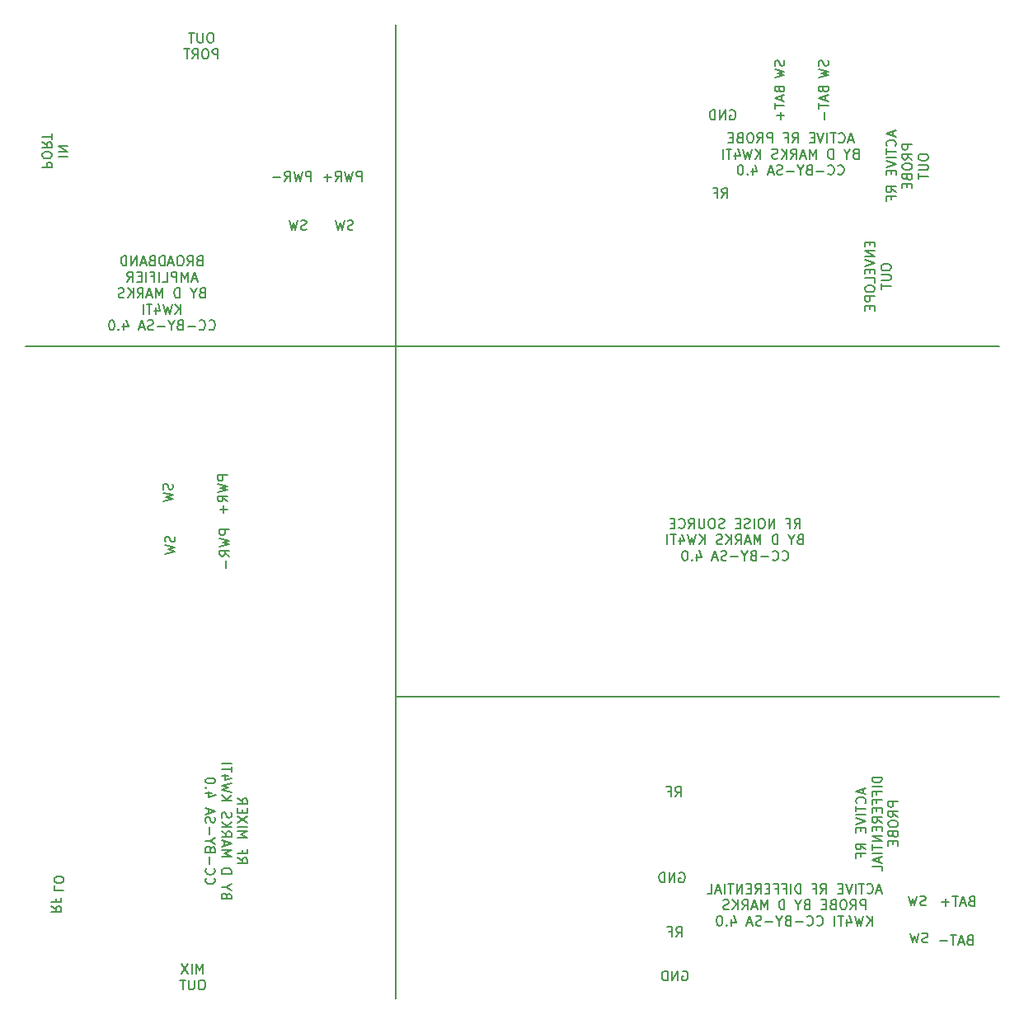
<source format=gbr>
G04 #@! TF.FileFunction,Legend,Bot*
%FSLAX46Y46*%
G04 Gerber Fmt 4.6, Leading zero omitted, Abs format (unit mm)*
G04 Created by KiCad (PCBNEW 4.0.7) date 07/31/20 11:45:47*
%MOMM*%
%LPD*%
G01*
G04 APERTURE LIST*
%ADD10C,0.100000*%
%ADD11C,0.200000*%
%ADD12C,0.150000*%
G04 APERTURE END LIST*
D10*
D11*
X157000000Y-101000000D02*
X95000000Y-101000000D01*
X95000000Y-132000000D02*
X95000000Y-32000000D01*
D12*
X135971428Y-83702381D02*
X136304762Y-83226190D01*
X136542857Y-83702381D02*
X136542857Y-82702381D01*
X136161904Y-82702381D01*
X136066666Y-82750000D01*
X136019047Y-82797619D01*
X135971428Y-82892857D01*
X135971428Y-83035714D01*
X136019047Y-83130952D01*
X136066666Y-83178571D01*
X136161904Y-83226190D01*
X136542857Y-83226190D01*
X135209523Y-83178571D02*
X135542857Y-83178571D01*
X135542857Y-83702381D02*
X135542857Y-82702381D01*
X135066666Y-82702381D01*
X133923809Y-83702381D02*
X133923809Y-82702381D01*
X133352380Y-83702381D01*
X133352380Y-82702381D01*
X132685714Y-82702381D02*
X132495237Y-82702381D01*
X132399999Y-82750000D01*
X132304761Y-82845238D01*
X132257142Y-83035714D01*
X132257142Y-83369048D01*
X132304761Y-83559524D01*
X132399999Y-83654762D01*
X132495237Y-83702381D01*
X132685714Y-83702381D01*
X132780952Y-83654762D01*
X132876190Y-83559524D01*
X132923809Y-83369048D01*
X132923809Y-83035714D01*
X132876190Y-82845238D01*
X132780952Y-82750000D01*
X132685714Y-82702381D01*
X131828571Y-83702381D02*
X131828571Y-82702381D01*
X131400000Y-83654762D02*
X131257143Y-83702381D01*
X131019047Y-83702381D01*
X130923809Y-83654762D01*
X130876190Y-83607143D01*
X130828571Y-83511905D01*
X130828571Y-83416667D01*
X130876190Y-83321429D01*
X130923809Y-83273810D01*
X131019047Y-83226190D01*
X131209524Y-83178571D01*
X131304762Y-83130952D01*
X131352381Y-83083333D01*
X131400000Y-82988095D01*
X131400000Y-82892857D01*
X131352381Y-82797619D01*
X131304762Y-82750000D01*
X131209524Y-82702381D01*
X130971428Y-82702381D01*
X130828571Y-82750000D01*
X130400000Y-83178571D02*
X130066666Y-83178571D01*
X129923809Y-83702381D02*
X130400000Y-83702381D01*
X130400000Y-82702381D01*
X129923809Y-82702381D01*
X128780952Y-83654762D02*
X128638095Y-83702381D01*
X128399999Y-83702381D01*
X128304761Y-83654762D01*
X128257142Y-83607143D01*
X128209523Y-83511905D01*
X128209523Y-83416667D01*
X128257142Y-83321429D01*
X128304761Y-83273810D01*
X128399999Y-83226190D01*
X128590476Y-83178571D01*
X128685714Y-83130952D01*
X128733333Y-83083333D01*
X128780952Y-82988095D01*
X128780952Y-82892857D01*
X128733333Y-82797619D01*
X128685714Y-82750000D01*
X128590476Y-82702381D01*
X128352380Y-82702381D01*
X128209523Y-82750000D01*
X127590476Y-82702381D02*
X127399999Y-82702381D01*
X127304761Y-82750000D01*
X127209523Y-82845238D01*
X127161904Y-83035714D01*
X127161904Y-83369048D01*
X127209523Y-83559524D01*
X127304761Y-83654762D01*
X127399999Y-83702381D01*
X127590476Y-83702381D01*
X127685714Y-83654762D01*
X127780952Y-83559524D01*
X127828571Y-83369048D01*
X127828571Y-83035714D01*
X127780952Y-82845238D01*
X127685714Y-82750000D01*
X127590476Y-82702381D01*
X126733333Y-82702381D02*
X126733333Y-83511905D01*
X126685714Y-83607143D01*
X126638095Y-83654762D01*
X126542857Y-83702381D01*
X126352380Y-83702381D01*
X126257142Y-83654762D01*
X126209523Y-83607143D01*
X126161904Y-83511905D01*
X126161904Y-82702381D01*
X125114285Y-83702381D02*
X125447619Y-83226190D01*
X125685714Y-83702381D02*
X125685714Y-82702381D01*
X125304761Y-82702381D01*
X125209523Y-82750000D01*
X125161904Y-82797619D01*
X125114285Y-82892857D01*
X125114285Y-83035714D01*
X125161904Y-83130952D01*
X125209523Y-83178571D01*
X125304761Y-83226190D01*
X125685714Y-83226190D01*
X124114285Y-83607143D02*
X124161904Y-83654762D01*
X124304761Y-83702381D01*
X124399999Y-83702381D01*
X124542857Y-83654762D01*
X124638095Y-83559524D01*
X124685714Y-83464286D01*
X124733333Y-83273810D01*
X124733333Y-83130952D01*
X124685714Y-82940476D01*
X124638095Y-82845238D01*
X124542857Y-82750000D01*
X124399999Y-82702381D01*
X124304761Y-82702381D01*
X124161904Y-82750000D01*
X124114285Y-82797619D01*
X123685714Y-83178571D02*
X123352380Y-83178571D01*
X123209523Y-83702381D02*
X123685714Y-83702381D01*
X123685714Y-82702381D01*
X123209523Y-82702381D01*
X136542857Y-84828571D02*
X136400000Y-84876190D01*
X136352381Y-84923810D01*
X136304762Y-85019048D01*
X136304762Y-85161905D01*
X136352381Y-85257143D01*
X136400000Y-85304762D01*
X136495238Y-85352381D01*
X136876191Y-85352381D01*
X136876191Y-84352381D01*
X136542857Y-84352381D01*
X136447619Y-84400000D01*
X136400000Y-84447619D01*
X136352381Y-84542857D01*
X136352381Y-84638095D01*
X136400000Y-84733333D01*
X136447619Y-84780952D01*
X136542857Y-84828571D01*
X136876191Y-84828571D01*
X135685715Y-84876190D02*
X135685715Y-85352381D01*
X136019048Y-84352381D02*
X135685715Y-84876190D01*
X135352381Y-84352381D01*
X134257143Y-85352381D02*
X134257143Y-84352381D01*
X134019048Y-84352381D01*
X133876190Y-84400000D01*
X133780952Y-84495238D01*
X133733333Y-84590476D01*
X133685714Y-84780952D01*
X133685714Y-84923810D01*
X133733333Y-85114286D01*
X133780952Y-85209524D01*
X133876190Y-85304762D01*
X134019048Y-85352381D01*
X134257143Y-85352381D01*
X132495238Y-85352381D02*
X132495238Y-84352381D01*
X132161904Y-85066667D01*
X131828571Y-84352381D01*
X131828571Y-85352381D01*
X131400000Y-85066667D02*
X130923809Y-85066667D01*
X131495238Y-85352381D02*
X131161905Y-84352381D01*
X130828571Y-85352381D01*
X129923809Y-85352381D02*
X130257143Y-84876190D01*
X130495238Y-85352381D02*
X130495238Y-84352381D01*
X130114285Y-84352381D01*
X130019047Y-84400000D01*
X129971428Y-84447619D01*
X129923809Y-84542857D01*
X129923809Y-84685714D01*
X129971428Y-84780952D01*
X130019047Y-84828571D01*
X130114285Y-84876190D01*
X130495238Y-84876190D01*
X129495238Y-85352381D02*
X129495238Y-84352381D01*
X128923809Y-85352381D02*
X129352381Y-84780952D01*
X128923809Y-84352381D02*
X129495238Y-84923810D01*
X128542857Y-85304762D02*
X128400000Y-85352381D01*
X128161904Y-85352381D01*
X128066666Y-85304762D01*
X128019047Y-85257143D01*
X127971428Y-85161905D01*
X127971428Y-85066667D01*
X128019047Y-84971429D01*
X128066666Y-84923810D01*
X128161904Y-84876190D01*
X128352381Y-84828571D01*
X128447619Y-84780952D01*
X128495238Y-84733333D01*
X128542857Y-84638095D01*
X128542857Y-84542857D01*
X128495238Y-84447619D01*
X128447619Y-84400000D01*
X128352381Y-84352381D01*
X128114285Y-84352381D01*
X127971428Y-84400000D01*
X126780952Y-85352381D02*
X126780952Y-84352381D01*
X126209523Y-85352381D02*
X126638095Y-84780952D01*
X126209523Y-84352381D02*
X126780952Y-84923810D01*
X125876190Y-84352381D02*
X125638095Y-85352381D01*
X125447618Y-84638095D01*
X125257142Y-85352381D01*
X125019047Y-84352381D01*
X124209523Y-84685714D02*
X124209523Y-85352381D01*
X124447619Y-84304762D02*
X124685714Y-85019048D01*
X124066666Y-85019048D01*
X123828571Y-84352381D02*
X123257142Y-84352381D01*
X123542857Y-85352381D02*
X123542857Y-84352381D01*
X122923809Y-85352381D02*
X122923809Y-84352381D01*
X134733333Y-86907143D02*
X134780952Y-86954762D01*
X134923809Y-87002381D01*
X135019047Y-87002381D01*
X135161905Y-86954762D01*
X135257143Y-86859524D01*
X135304762Y-86764286D01*
X135352381Y-86573810D01*
X135352381Y-86430952D01*
X135304762Y-86240476D01*
X135257143Y-86145238D01*
X135161905Y-86050000D01*
X135019047Y-86002381D01*
X134923809Y-86002381D01*
X134780952Y-86050000D01*
X134733333Y-86097619D01*
X133733333Y-86907143D02*
X133780952Y-86954762D01*
X133923809Y-87002381D01*
X134019047Y-87002381D01*
X134161905Y-86954762D01*
X134257143Y-86859524D01*
X134304762Y-86764286D01*
X134352381Y-86573810D01*
X134352381Y-86430952D01*
X134304762Y-86240476D01*
X134257143Y-86145238D01*
X134161905Y-86050000D01*
X134019047Y-86002381D01*
X133923809Y-86002381D01*
X133780952Y-86050000D01*
X133733333Y-86097619D01*
X133304762Y-86621429D02*
X132542857Y-86621429D01*
X131733333Y-86478571D02*
X131590476Y-86526190D01*
X131542857Y-86573810D01*
X131495238Y-86669048D01*
X131495238Y-86811905D01*
X131542857Y-86907143D01*
X131590476Y-86954762D01*
X131685714Y-87002381D01*
X132066667Y-87002381D01*
X132066667Y-86002381D01*
X131733333Y-86002381D01*
X131638095Y-86050000D01*
X131590476Y-86097619D01*
X131542857Y-86192857D01*
X131542857Y-86288095D01*
X131590476Y-86383333D01*
X131638095Y-86430952D01*
X131733333Y-86478571D01*
X132066667Y-86478571D01*
X130876191Y-86526190D02*
X130876191Y-87002381D01*
X131209524Y-86002381D02*
X130876191Y-86526190D01*
X130542857Y-86002381D01*
X130209524Y-86621429D02*
X129447619Y-86621429D01*
X129019048Y-86954762D02*
X128876191Y-87002381D01*
X128638095Y-87002381D01*
X128542857Y-86954762D01*
X128495238Y-86907143D01*
X128447619Y-86811905D01*
X128447619Y-86716667D01*
X128495238Y-86621429D01*
X128542857Y-86573810D01*
X128638095Y-86526190D01*
X128828572Y-86478571D01*
X128923810Y-86430952D01*
X128971429Y-86383333D01*
X129019048Y-86288095D01*
X129019048Y-86192857D01*
X128971429Y-86097619D01*
X128923810Y-86050000D01*
X128828572Y-86002381D01*
X128590476Y-86002381D01*
X128447619Y-86050000D01*
X128066667Y-86716667D02*
X127590476Y-86716667D01*
X128161905Y-87002381D02*
X127828572Y-86002381D01*
X127495238Y-87002381D01*
X125971428Y-86335714D02*
X125971428Y-87002381D01*
X126209524Y-85954762D02*
X126447619Y-86669048D01*
X125828571Y-86669048D01*
X125447619Y-86907143D02*
X125400000Y-86954762D01*
X125447619Y-87002381D01*
X125495238Y-86954762D01*
X125447619Y-86907143D01*
X125447619Y-87002381D01*
X124780953Y-86002381D02*
X124685714Y-86002381D01*
X124590476Y-86050000D01*
X124542857Y-86097619D01*
X124495238Y-86192857D01*
X124447619Y-86383333D01*
X124447619Y-86621429D01*
X124495238Y-86811905D01*
X124542857Y-86907143D01*
X124590476Y-86954762D01*
X124685714Y-87002381D01*
X124780953Y-87002381D01*
X124876191Y-86954762D01*
X124923810Y-86907143D01*
X124971429Y-86811905D01*
X125019048Y-86621429D01*
X125019048Y-86383333D01*
X124971429Y-86192857D01*
X124923810Y-86097619D01*
X124876191Y-86050000D01*
X124780953Y-86002381D01*
D11*
X157000000Y-65000000D02*
X57000000Y-65000000D01*
D12*
X74858333Y-56203571D02*
X74715476Y-56251190D01*
X74667857Y-56298810D01*
X74620238Y-56394048D01*
X74620238Y-56536905D01*
X74667857Y-56632143D01*
X74715476Y-56679762D01*
X74810714Y-56727381D01*
X75191667Y-56727381D01*
X75191667Y-55727381D01*
X74858333Y-55727381D01*
X74763095Y-55775000D01*
X74715476Y-55822619D01*
X74667857Y-55917857D01*
X74667857Y-56013095D01*
X74715476Y-56108333D01*
X74763095Y-56155952D01*
X74858333Y-56203571D01*
X75191667Y-56203571D01*
X73620238Y-56727381D02*
X73953572Y-56251190D01*
X74191667Y-56727381D02*
X74191667Y-55727381D01*
X73810714Y-55727381D01*
X73715476Y-55775000D01*
X73667857Y-55822619D01*
X73620238Y-55917857D01*
X73620238Y-56060714D01*
X73667857Y-56155952D01*
X73715476Y-56203571D01*
X73810714Y-56251190D01*
X74191667Y-56251190D01*
X73001191Y-55727381D02*
X72810714Y-55727381D01*
X72715476Y-55775000D01*
X72620238Y-55870238D01*
X72572619Y-56060714D01*
X72572619Y-56394048D01*
X72620238Y-56584524D01*
X72715476Y-56679762D01*
X72810714Y-56727381D01*
X73001191Y-56727381D01*
X73096429Y-56679762D01*
X73191667Y-56584524D01*
X73239286Y-56394048D01*
X73239286Y-56060714D01*
X73191667Y-55870238D01*
X73096429Y-55775000D01*
X73001191Y-55727381D01*
X72191667Y-56441667D02*
X71715476Y-56441667D01*
X72286905Y-56727381D02*
X71953572Y-55727381D01*
X71620238Y-56727381D01*
X71286905Y-56727381D02*
X71286905Y-55727381D01*
X71048810Y-55727381D01*
X70905952Y-55775000D01*
X70810714Y-55870238D01*
X70763095Y-55965476D01*
X70715476Y-56155952D01*
X70715476Y-56298810D01*
X70763095Y-56489286D01*
X70810714Y-56584524D01*
X70905952Y-56679762D01*
X71048810Y-56727381D01*
X71286905Y-56727381D01*
X69953571Y-56203571D02*
X69810714Y-56251190D01*
X69763095Y-56298810D01*
X69715476Y-56394048D01*
X69715476Y-56536905D01*
X69763095Y-56632143D01*
X69810714Y-56679762D01*
X69905952Y-56727381D01*
X70286905Y-56727381D01*
X70286905Y-55727381D01*
X69953571Y-55727381D01*
X69858333Y-55775000D01*
X69810714Y-55822619D01*
X69763095Y-55917857D01*
X69763095Y-56013095D01*
X69810714Y-56108333D01*
X69858333Y-56155952D01*
X69953571Y-56203571D01*
X70286905Y-56203571D01*
X69334524Y-56441667D02*
X68858333Y-56441667D01*
X69429762Y-56727381D02*
X69096429Y-55727381D01*
X68763095Y-56727381D01*
X68429762Y-56727381D02*
X68429762Y-55727381D01*
X67858333Y-56727381D01*
X67858333Y-55727381D01*
X67382143Y-56727381D02*
X67382143Y-55727381D01*
X67144048Y-55727381D01*
X67001190Y-55775000D01*
X66905952Y-55870238D01*
X66858333Y-55965476D01*
X66810714Y-56155952D01*
X66810714Y-56298810D01*
X66858333Y-56489286D01*
X66905952Y-56584524D01*
X67001190Y-56679762D01*
X67144048Y-56727381D01*
X67382143Y-56727381D01*
X74596428Y-58091667D02*
X74120237Y-58091667D01*
X74691666Y-58377381D02*
X74358333Y-57377381D01*
X74024999Y-58377381D01*
X73691666Y-58377381D02*
X73691666Y-57377381D01*
X73358332Y-58091667D01*
X73024999Y-57377381D01*
X73024999Y-58377381D01*
X72548809Y-58377381D02*
X72548809Y-57377381D01*
X72167856Y-57377381D01*
X72072618Y-57425000D01*
X72024999Y-57472619D01*
X71977380Y-57567857D01*
X71977380Y-57710714D01*
X72024999Y-57805952D01*
X72072618Y-57853571D01*
X72167856Y-57901190D01*
X72548809Y-57901190D01*
X71072618Y-58377381D02*
X71548809Y-58377381D01*
X71548809Y-57377381D01*
X70739285Y-58377381D02*
X70739285Y-57377381D01*
X69929761Y-57853571D02*
X70263095Y-57853571D01*
X70263095Y-58377381D02*
X70263095Y-57377381D01*
X69786904Y-57377381D01*
X69405952Y-58377381D02*
X69405952Y-57377381D01*
X68929762Y-57853571D02*
X68596428Y-57853571D01*
X68453571Y-58377381D02*
X68929762Y-58377381D01*
X68929762Y-57377381D01*
X68453571Y-57377381D01*
X67453571Y-58377381D02*
X67786905Y-57901190D01*
X68025000Y-58377381D02*
X68025000Y-57377381D01*
X67644047Y-57377381D01*
X67548809Y-57425000D01*
X67501190Y-57472619D01*
X67453571Y-57567857D01*
X67453571Y-57710714D01*
X67501190Y-57805952D01*
X67548809Y-57853571D01*
X67644047Y-57901190D01*
X68025000Y-57901190D01*
X75120238Y-59503571D02*
X74977381Y-59551190D01*
X74929762Y-59598810D01*
X74882143Y-59694048D01*
X74882143Y-59836905D01*
X74929762Y-59932143D01*
X74977381Y-59979762D01*
X75072619Y-60027381D01*
X75453572Y-60027381D01*
X75453572Y-59027381D01*
X75120238Y-59027381D01*
X75025000Y-59075000D01*
X74977381Y-59122619D01*
X74929762Y-59217857D01*
X74929762Y-59313095D01*
X74977381Y-59408333D01*
X75025000Y-59455952D01*
X75120238Y-59503571D01*
X75453572Y-59503571D01*
X74263096Y-59551190D02*
X74263096Y-60027381D01*
X74596429Y-59027381D02*
X74263096Y-59551190D01*
X73929762Y-59027381D01*
X72834524Y-60027381D02*
X72834524Y-59027381D01*
X72596429Y-59027381D01*
X72453571Y-59075000D01*
X72358333Y-59170238D01*
X72310714Y-59265476D01*
X72263095Y-59455952D01*
X72263095Y-59598810D01*
X72310714Y-59789286D01*
X72358333Y-59884524D01*
X72453571Y-59979762D01*
X72596429Y-60027381D01*
X72834524Y-60027381D01*
X71072619Y-60027381D02*
X71072619Y-59027381D01*
X70739285Y-59741667D01*
X70405952Y-59027381D01*
X70405952Y-60027381D01*
X69977381Y-59741667D02*
X69501190Y-59741667D01*
X70072619Y-60027381D02*
X69739286Y-59027381D01*
X69405952Y-60027381D01*
X68501190Y-60027381D02*
X68834524Y-59551190D01*
X69072619Y-60027381D02*
X69072619Y-59027381D01*
X68691666Y-59027381D01*
X68596428Y-59075000D01*
X68548809Y-59122619D01*
X68501190Y-59217857D01*
X68501190Y-59360714D01*
X68548809Y-59455952D01*
X68596428Y-59503571D01*
X68691666Y-59551190D01*
X69072619Y-59551190D01*
X68072619Y-60027381D02*
X68072619Y-59027381D01*
X67501190Y-60027381D02*
X67929762Y-59455952D01*
X67501190Y-59027381D02*
X68072619Y-59598810D01*
X67120238Y-59979762D02*
X66977381Y-60027381D01*
X66739285Y-60027381D01*
X66644047Y-59979762D01*
X66596428Y-59932143D01*
X66548809Y-59836905D01*
X66548809Y-59741667D01*
X66596428Y-59646429D01*
X66644047Y-59598810D01*
X66739285Y-59551190D01*
X66929762Y-59503571D01*
X67025000Y-59455952D01*
X67072619Y-59408333D01*
X67120238Y-59313095D01*
X67120238Y-59217857D01*
X67072619Y-59122619D01*
X67025000Y-59075000D01*
X66929762Y-59027381D01*
X66691666Y-59027381D01*
X66548809Y-59075000D01*
X72953571Y-61677381D02*
X72953571Y-60677381D01*
X72382142Y-61677381D02*
X72810714Y-61105952D01*
X72382142Y-60677381D02*
X72953571Y-61248810D01*
X72048809Y-60677381D02*
X71810714Y-61677381D01*
X71620237Y-60963095D01*
X71429761Y-61677381D01*
X71191666Y-60677381D01*
X70382142Y-61010714D02*
X70382142Y-61677381D01*
X70620238Y-60629762D02*
X70858333Y-61344048D01*
X70239285Y-61344048D01*
X70001190Y-60677381D02*
X69429761Y-60677381D01*
X69715476Y-61677381D02*
X69715476Y-60677381D01*
X69096428Y-61677381D02*
X69096428Y-60677381D01*
X75858333Y-63232143D02*
X75905952Y-63279762D01*
X76048809Y-63327381D01*
X76144047Y-63327381D01*
X76286905Y-63279762D01*
X76382143Y-63184524D01*
X76429762Y-63089286D01*
X76477381Y-62898810D01*
X76477381Y-62755952D01*
X76429762Y-62565476D01*
X76382143Y-62470238D01*
X76286905Y-62375000D01*
X76144047Y-62327381D01*
X76048809Y-62327381D01*
X75905952Y-62375000D01*
X75858333Y-62422619D01*
X74858333Y-63232143D02*
X74905952Y-63279762D01*
X75048809Y-63327381D01*
X75144047Y-63327381D01*
X75286905Y-63279762D01*
X75382143Y-63184524D01*
X75429762Y-63089286D01*
X75477381Y-62898810D01*
X75477381Y-62755952D01*
X75429762Y-62565476D01*
X75382143Y-62470238D01*
X75286905Y-62375000D01*
X75144047Y-62327381D01*
X75048809Y-62327381D01*
X74905952Y-62375000D01*
X74858333Y-62422619D01*
X74429762Y-62946429D02*
X73667857Y-62946429D01*
X72858333Y-62803571D02*
X72715476Y-62851190D01*
X72667857Y-62898810D01*
X72620238Y-62994048D01*
X72620238Y-63136905D01*
X72667857Y-63232143D01*
X72715476Y-63279762D01*
X72810714Y-63327381D01*
X73191667Y-63327381D01*
X73191667Y-62327381D01*
X72858333Y-62327381D01*
X72763095Y-62375000D01*
X72715476Y-62422619D01*
X72667857Y-62517857D01*
X72667857Y-62613095D01*
X72715476Y-62708333D01*
X72763095Y-62755952D01*
X72858333Y-62803571D01*
X73191667Y-62803571D01*
X72001191Y-62851190D02*
X72001191Y-63327381D01*
X72334524Y-62327381D02*
X72001191Y-62851190D01*
X71667857Y-62327381D01*
X71334524Y-62946429D02*
X70572619Y-62946429D01*
X70144048Y-63279762D02*
X70001191Y-63327381D01*
X69763095Y-63327381D01*
X69667857Y-63279762D01*
X69620238Y-63232143D01*
X69572619Y-63136905D01*
X69572619Y-63041667D01*
X69620238Y-62946429D01*
X69667857Y-62898810D01*
X69763095Y-62851190D01*
X69953572Y-62803571D01*
X70048810Y-62755952D01*
X70096429Y-62708333D01*
X70144048Y-62613095D01*
X70144048Y-62517857D01*
X70096429Y-62422619D01*
X70048810Y-62375000D01*
X69953572Y-62327381D01*
X69715476Y-62327381D01*
X69572619Y-62375000D01*
X69191667Y-63041667D02*
X68715476Y-63041667D01*
X69286905Y-63327381D02*
X68953572Y-62327381D01*
X68620238Y-63327381D01*
X67096428Y-62660714D02*
X67096428Y-63327381D01*
X67334524Y-62279762D02*
X67572619Y-62994048D01*
X66953571Y-62994048D01*
X66572619Y-63232143D02*
X66525000Y-63279762D01*
X66572619Y-63327381D01*
X66620238Y-63279762D01*
X66572619Y-63232143D01*
X66572619Y-63327381D01*
X65905953Y-62327381D02*
X65810714Y-62327381D01*
X65715476Y-62375000D01*
X65667857Y-62422619D01*
X65620238Y-62517857D01*
X65572619Y-62708333D01*
X65572619Y-62946429D01*
X65620238Y-63136905D01*
X65667857Y-63232143D01*
X65715476Y-63279762D01*
X65810714Y-63327381D01*
X65905953Y-63327381D01*
X66001191Y-63279762D01*
X66048810Y-63232143D01*
X66096429Y-63136905D01*
X66144048Y-62946429D01*
X66144048Y-62708333D01*
X66096429Y-62517857D01*
X66048810Y-62422619D01*
X66001191Y-62375000D01*
X65905953Y-62327381D01*
X76100000Y-32827381D02*
X75909523Y-32827381D01*
X75814285Y-32875000D01*
X75719047Y-32970238D01*
X75671428Y-33160714D01*
X75671428Y-33494048D01*
X75719047Y-33684524D01*
X75814285Y-33779762D01*
X75909523Y-33827381D01*
X76100000Y-33827381D01*
X76195238Y-33779762D01*
X76290476Y-33684524D01*
X76338095Y-33494048D01*
X76338095Y-33160714D01*
X76290476Y-32970238D01*
X76195238Y-32875000D01*
X76100000Y-32827381D01*
X75242857Y-32827381D02*
X75242857Y-33636905D01*
X75195238Y-33732143D01*
X75147619Y-33779762D01*
X75052381Y-33827381D01*
X74861904Y-33827381D01*
X74766666Y-33779762D01*
X74719047Y-33732143D01*
X74671428Y-33636905D01*
X74671428Y-32827381D01*
X74338095Y-32827381D02*
X73766666Y-32827381D01*
X74052381Y-33827381D02*
X74052381Y-32827381D01*
X76766667Y-35477381D02*
X76766667Y-34477381D01*
X76385714Y-34477381D01*
X76290476Y-34525000D01*
X76242857Y-34572619D01*
X76195238Y-34667857D01*
X76195238Y-34810714D01*
X76242857Y-34905952D01*
X76290476Y-34953571D01*
X76385714Y-35001190D01*
X76766667Y-35001190D01*
X75576191Y-34477381D02*
X75385714Y-34477381D01*
X75290476Y-34525000D01*
X75195238Y-34620238D01*
X75147619Y-34810714D01*
X75147619Y-35144048D01*
X75195238Y-35334524D01*
X75290476Y-35429762D01*
X75385714Y-35477381D01*
X75576191Y-35477381D01*
X75671429Y-35429762D01*
X75766667Y-35334524D01*
X75814286Y-35144048D01*
X75814286Y-34810714D01*
X75766667Y-34620238D01*
X75671429Y-34525000D01*
X75576191Y-34477381D01*
X74147619Y-35477381D02*
X74480953Y-35001190D01*
X74719048Y-35477381D02*
X74719048Y-34477381D01*
X74338095Y-34477381D01*
X74242857Y-34525000D01*
X74195238Y-34572619D01*
X74147619Y-34667857D01*
X74147619Y-34810714D01*
X74195238Y-34905952D01*
X74242857Y-34953571D01*
X74338095Y-35001190D01*
X74719048Y-35001190D01*
X73861905Y-34477381D02*
X73290476Y-34477381D01*
X73576191Y-35477381D02*
X73576191Y-34477381D01*
X60372619Y-45523809D02*
X61372619Y-45523809D01*
X60372619Y-45047619D02*
X61372619Y-45047619D01*
X60372619Y-44476190D01*
X61372619Y-44476190D01*
X58722619Y-46666667D02*
X59722619Y-46666667D01*
X59722619Y-46285714D01*
X59675000Y-46190476D01*
X59627381Y-46142857D01*
X59532143Y-46095238D01*
X59389286Y-46095238D01*
X59294048Y-46142857D01*
X59246429Y-46190476D01*
X59198810Y-46285714D01*
X59198810Y-46666667D01*
X59722619Y-45476191D02*
X59722619Y-45285714D01*
X59675000Y-45190476D01*
X59579762Y-45095238D01*
X59389286Y-45047619D01*
X59055952Y-45047619D01*
X58865476Y-45095238D01*
X58770238Y-45190476D01*
X58722619Y-45285714D01*
X58722619Y-45476191D01*
X58770238Y-45571429D01*
X58865476Y-45666667D01*
X59055952Y-45714286D01*
X59389286Y-45714286D01*
X59579762Y-45666667D01*
X59675000Y-45571429D01*
X59722619Y-45476191D01*
X58722619Y-44047619D02*
X59198810Y-44380953D01*
X58722619Y-44619048D02*
X59722619Y-44619048D01*
X59722619Y-44238095D01*
X59675000Y-44142857D01*
X59627381Y-44095238D01*
X59532143Y-44047619D01*
X59389286Y-44047619D01*
X59294048Y-44095238D01*
X59246429Y-44142857D01*
X59198810Y-44238095D01*
X59198810Y-44619048D01*
X59722619Y-43761905D02*
X59722619Y-43190476D01*
X58722619Y-43476191D02*
X59722619Y-43476191D01*
X90657143Y-53004762D02*
X90514286Y-53052381D01*
X90276190Y-53052381D01*
X90180952Y-53004762D01*
X90133333Y-52957143D01*
X90085714Y-52861905D01*
X90085714Y-52766667D01*
X90133333Y-52671429D01*
X90180952Y-52623810D01*
X90276190Y-52576190D01*
X90466667Y-52528571D01*
X90561905Y-52480952D01*
X90609524Y-52433333D01*
X90657143Y-52338095D01*
X90657143Y-52242857D01*
X90609524Y-52147619D01*
X90561905Y-52100000D01*
X90466667Y-52052381D01*
X90228571Y-52052381D01*
X90085714Y-52100000D01*
X89752381Y-52052381D02*
X89514286Y-53052381D01*
X89323809Y-52338095D01*
X89133333Y-53052381D01*
X88895238Y-52052381D01*
X85857143Y-53004762D02*
X85714286Y-53052381D01*
X85476190Y-53052381D01*
X85380952Y-53004762D01*
X85333333Y-52957143D01*
X85285714Y-52861905D01*
X85285714Y-52766667D01*
X85333333Y-52671429D01*
X85380952Y-52623810D01*
X85476190Y-52576190D01*
X85666667Y-52528571D01*
X85761905Y-52480952D01*
X85809524Y-52433333D01*
X85857143Y-52338095D01*
X85857143Y-52242857D01*
X85809524Y-52147619D01*
X85761905Y-52100000D01*
X85666667Y-52052381D01*
X85428571Y-52052381D01*
X85285714Y-52100000D01*
X84952381Y-52052381D02*
X84714286Y-53052381D01*
X84523809Y-52338095D01*
X84333333Y-53052381D01*
X84095238Y-52052381D01*
X91552381Y-48052381D02*
X91552381Y-47052381D01*
X91171428Y-47052381D01*
X91076190Y-47100000D01*
X91028571Y-47147619D01*
X90980952Y-47242857D01*
X90980952Y-47385714D01*
X91028571Y-47480952D01*
X91076190Y-47528571D01*
X91171428Y-47576190D01*
X91552381Y-47576190D01*
X90647619Y-47052381D02*
X90409524Y-48052381D01*
X90219047Y-47338095D01*
X90028571Y-48052381D01*
X89790476Y-47052381D01*
X88838095Y-48052381D02*
X89171429Y-47576190D01*
X89409524Y-48052381D02*
X89409524Y-47052381D01*
X89028571Y-47052381D01*
X88933333Y-47100000D01*
X88885714Y-47147619D01*
X88838095Y-47242857D01*
X88838095Y-47385714D01*
X88885714Y-47480952D01*
X88933333Y-47528571D01*
X89028571Y-47576190D01*
X89409524Y-47576190D01*
X88409524Y-47671429D02*
X87647619Y-47671429D01*
X88028571Y-48052381D02*
X88028571Y-47290476D01*
X86352381Y-48052381D02*
X86352381Y-47052381D01*
X85971428Y-47052381D01*
X85876190Y-47100000D01*
X85828571Y-47147619D01*
X85780952Y-47242857D01*
X85780952Y-47385714D01*
X85828571Y-47480952D01*
X85876190Y-47528571D01*
X85971428Y-47576190D01*
X86352381Y-47576190D01*
X85447619Y-47052381D02*
X85209524Y-48052381D01*
X85019047Y-47338095D01*
X84828571Y-48052381D01*
X84590476Y-47052381D01*
X83638095Y-48052381D02*
X83971429Y-47576190D01*
X84209524Y-48052381D02*
X84209524Y-47052381D01*
X83828571Y-47052381D01*
X83733333Y-47100000D01*
X83685714Y-47147619D01*
X83638095Y-47242857D01*
X83638095Y-47385714D01*
X83685714Y-47480952D01*
X83733333Y-47528571D01*
X83828571Y-47576190D01*
X84209524Y-47576190D01*
X83209524Y-47671429D02*
X82447619Y-47671429D01*
X72104762Y-79142857D02*
X72152381Y-79285714D01*
X72152381Y-79523810D01*
X72104762Y-79619048D01*
X72057143Y-79666667D01*
X71961905Y-79714286D01*
X71866667Y-79714286D01*
X71771429Y-79666667D01*
X71723810Y-79619048D01*
X71676190Y-79523810D01*
X71628571Y-79333333D01*
X71580952Y-79238095D01*
X71533333Y-79190476D01*
X71438095Y-79142857D01*
X71342857Y-79142857D01*
X71247619Y-79190476D01*
X71200000Y-79238095D01*
X71152381Y-79333333D01*
X71152381Y-79571429D01*
X71200000Y-79714286D01*
X71152381Y-80047619D02*
X72152381Y-80285714D01*
X71438095Y-80476191D01*
X72152381Y-80666667D01*
X71152381Y-80904762D01*
X72304762Y-84542857D02*
X72352381Y-84685714D01*
X72352381Y-84923810D01*
X72304762Y-85019048D01*
X72257143Y-85066667D01*
X72161905Y-85114286D01*
X72066667Y-85114286D01*
X71971429Y-85066667D01*
X71923810Y-85019048D01*
X71876190Y-84923810D01*
X71828571Y-84733333D01*
X71780952Y-84638095D01*
X71733333Y-84590476D01*
X71638095Y-84542857D01*
X71542857Y-84542857D01*
X71447619Y-84590476D01*
X71400000Y-84638095D01*
X71352381Y-84733333D01*
X71352381Y-84971429D01*
X71400000Y-85114286D01*
X71352381Y-85447619D02*
X72352381Y-85685714D01*
X71638095Y-85876191D01*
X72352381Y-86066667D01*
X71352381Y-86304762D01*
X77752381Y-78247619D02*
X76752381Y-78247619D01*
X76752381Y-78628572D01*
X76800000Y-78723810D01*
X76847619Y-78771429D01*
X76942857Y-78819048D01*
X77085714Y-78819048D01*
X77180952Y-78771429D01*
X77228571Y-78723810D01*
X77276190Y-78628572D01*
X77276190Y-78247619D01*
X76752381Y-79152381D02*
X77752381Y-79390476D01*
X77038095Y-79580953D01*
X77752381Y-79771429D01*
X76752381Y-80009524D01*
X77752381Y-80961905D02*
X77276190Y-80628571D01*
X77752381Y-80390476D02*
X76752381Y-80390476D01*
X76752381Y-80771429D01*
X76800000Y-80866667D01*
X76847619Y-80914286D01*
X76942857Y-80961905D01*
X77085714Y-80961905D01*
X77180952Y-80914286D01*
X77228571Y-80866667D01*
X77276190Y-80771429D01*
X77276190Y-80390476D01*
X77371429Y-81390476D02*
X77371429Y-82152381D01*
X77752381Y-81771429D02*
X76990476Y-81771429D01*
X77952381Y-83847619D02*
X76952381Y-83847619D01*
X76952381Y-84228572D01*
X77000000Y-84323810D01*
X77047619Y-84371429D01*
X77142857Y-84419048D01*
X77285714Y-84419048D01*
X77380952Y-84371429D01*
X77428571Y-84323810D01*
X77476190Y-84228572D01*
X77476190Y-83847619D01*
X76952381Y-84752381D02*
X77952381Y-84990476D01*
X77238095Y-85180953D01*
X77952381Y-85371429D01*
X76952381Y-85609524D01*
X77952381Y-86561905D02*
X77476190Y-86228571D01*
X77952381Y-85990476D02*
X76952381Y-85990476D01*
X76952381Y-86371429D01*
X77000000Y-86466667D01*
X77047619Y-86514286D01*
X77142857Y-86561905D01*
X77285714Y-86561905D01*
X77380952Y-86514286D01*
X77428571Y-86466667D01*
X77476190Y-86371429D01*
X77476190Y-85990476D01*
X77571429Y-86990476D02*
X77571429Y-87752381D01*
X59647619Y-122519047D02*
X60123810Y-122852381D01*
X59647619Y-123090476D02*
X60647619Y-123090476D01*
X60647619Y-122709523D01*
X60600000Y-122614285D01*
X60552381Y-122566666D01*
X60457143Y-122519047D01*
X60314286Y-122519047D01*
X60219048Y-122566666D01*
X60171429Y-122614285D01*
X60123810Y-122709523D01*
X60123810Y-123090476D01*
X60171429Y-121757142D02*
X60171429Y-122090476D01*
X59647619Y-122090476D02*
X60647619Y-122090476D01*
X60647619Y-121614285D01*
X59947619Y-120414285D02*
X59947619Y-120890476D01*
X60947619Y-120890476D01*
X60947619Y-119890476D02*
X60947619Y-119699999D01*
X60900000Y-119604761D01*
X60804762Y-119509523D01*
X60614286Y-119461904D01*
X60280952Y-119461904D01*
X60090476Y-119509523D01*
X59995238Y-119604761D01*
X59947619Y-119699999D01*
X59947619Y-119890476D01*
X59995238Y-119985714D01*
X60090476Y-120080952D01*
X60280952Y-120128571D01*
X60614286Y-120128571D01*
X60804762Y-120080952D01*
X60900000Y-119985714D01*
X60947619Y-119890476D01*
X75247619Y-129427381D02*
X75247619Y-128427381D01*
X74914285Y-129141667D01*
X74580952Y-128427381D01*
X74580952Y-129427381D01*
X74104762Y-129427381D02*
X74104762Y-128427381D01*
X73723810Y-128427381D02*
X73057143Y-129427381D01*
X73057143Y-128427381D02*
X73723810Y-129427381D01*
X75200000Y-130077381D02*
X75009523Y-130077381D01*
X74914285Y-130125000D01*
X74819047Y-130220238D01*
X74771428Y-130410714D01*
X74771428Y-130744048D01*
X74819047Y-130934524D01*
X74914285Y-131029762D01*
X75009523Y-131077381D01*
X75200000Y-131077381D01*
X75295238Y-131029762D01*
X75390476Y-130934524D01*
X75438095Y-130744048D01*
X75438095Y-130410714D01*
X75390476Y-130220238D01*
X75295238Y-130125000D01*
X75200000Y-130077381D01*
X74342857Y-130077381D02*
X74342857Y-130886905D01*
X74295238Y-130982143D01*
X74247619Y-131029762D01*
X74152381Y-131077381D01*
X73961904Y-131077381D01*
X73866666Y-131029762D01*
X73819047Y-130982143D01*
X73771428Y-130886905D01*
X73771428Y-130077381D01*
X73438095Y-130077381D02*
X72866666Y-130077381D01*
X73152381Y-131077381D02*
X73152381Y-130077381D01*
X78797619Y-117538095D02*
X79273810Y-117871429D01*
X78797619Y-118109524D02*
X79797619Y-118109524D01*
X79797619Y-117728571D01*
X79750000Y-117633333D01*
X79702381Y-117585714D01*
X79607143Y-117538095D01*
X79464286Y-117538095D01*
X79369048Y-117585714D01*
X79321429Y-117633333D01*
X79273810Y-117728571D01*
X79273810Y-118109524D01*
X79321429Y-116776190D02*
X79321429Y-117109524D01*
X78797619Y-117109524D02*
X79797619Y-117109524D01*
X79797619Y-116633333D01*
X78797619Y-115490476D02*
X79797619Y-115490476D01*
X79083333Y-115157142D01*
X79797619Y-114823809D01*
X78797619Y-114823809D01*
X78797619Y-114347619D02*
X79797619Y-114347619D01*
X79797619Y-113966667D02*
X78797619Y-113300000D01*
X79797619Y-113300000D02*
X78797619Y-113966667D01*
X79321429Y-112919048D02*
X79321429Y-112585714D01*
X78797619Y-112442857D02*
X78797619Y-112919048D01*
X79797619Y-112919048D01*
X79797619Y-112442857D01*
X78797619Y-111442857D02*
X79273810Y-111776191D01*
X78797619Y-112014286D02*
X79797619Y-112014286D01*
X79797619Y-111633333D01*
X79750000Y-111538095D01*
X79702381Y-111490476D01*
X79607143Y-111442857D01*
X79464286Y-111442857D01*
X79369048Y-111490476D01*
X79321429Y-111538095D01*
X79273810Y-111633333D01*
X79273810Y-112014286D01*
X77671429Y-121442857D02*
X77623810Y-121300000D01*
X77576190Y-121252381D01*
X77480952Y-121204762D01*
X77338095Y-121204762D01*
X77242857Y-121252381D01*
X77195238Y-121300000D01*
X77147619Y-121395238D01*
X77147619Y-121776191D01*
X78147619Y-121776191D01*
X78147619Y-121442857D01*
X78100000Y-121347619D01*
X78052381Y-121300000D01*
X77957143Y-121252381D01*
X77861905Y-121252381D01*
X77766667Y-121300000D01*
X77719048Y-121347619D01*
X77671429Y-121442857D01*
X77671429Y-121776191D01*
X77623810Y-120585715D02*
X77147619Y-120585715D01*
X78147619Y-120919048D02*
X77623810Y-120585715D01*
X78147619Y-120252381D01*
X77147619Y-119157143D02*
X78147619Y-119157143D01*
X78147619Y-118919048D01*
X78100000Y-118776190D01*
X78004762Y-118680952D01*
X77909524Y-118633333D01*
X77719048Y-118585714D01*
X77576190Y-118585714D01*
X77385714Y-118633333D01*
X77290476Y-118680952D01*
X77195238Y-118776190D01*
X77147619Y-118919048D01*
X77147619Y-119157143D01*
X77147619Y-117395238D02*
X78147619Y-117395238D01*
X77433333Y-117061904D01*
X78147619Y-116728571D01*
X77147619Y-116728571D01*
X77433333Y-116300000D02*
X77433333Y-115823809D01*
X77147619Y-116395238D02*
X78147619Y-116061905D01*
X77147619Y-115728571D01*
X77147619Y-114823809D02*
X77623810Y-115157143D01*
X77147619Y-115395238D02*
X78147619Y-115395238D01*
X78147619Y-115014285D01*
X78100000Y-114919047D01*
X78052381Y-114871428D01*
X77957143Y-114823809D01*
X77814286Y-114823809D01*
X77719048Y-114871428D01*
X77671429Y-114919047D01*
X77623810Y-115014285D01*
X77623810Y-115395238D01*
X77147619Y-114395238D02*
X78147619Y-114395238D01*
X77147619Y-113823809D02*
X77719048Y-114252381D01*
X78147619Y-113823809D02*
X77576190Y-114395238D01*
X77195238Y-113442857D02*
X77147619Y-113300000D01*
X77147619Y-113061904D01*
X77195238Y-112966666D01*
X77242857Y-112919047D01*
X77338095Y-112871428D01*
X77433333Y-112871428D01*
X77528571Y-112919047D01*
X77576190Y-112966666D01*
X77623810Y-113061904D01*
X77671429Y-113252381D01*
X77719048Y-113347619D01*
X77766667Y-113395238D01*
X77861905Y-113442857D01*
X77957143Y-113442857D01*
X78052381Y-113395238D01*
X78100000Y-113347619D01*
X78147619Y-113252381D01*
X78147619Y-113014285D01*
X78100000Y-112871428D01*
X77147619Y-111680952D02*
X78147619Y-111680952D01*
X77147619Y-111109523D02*
X77719048Y-111538095D01*
X78147619Y-111109523D02*
X77576190Y-111680952D01*
X78147619Y-110776190D02*
X77147619Y-110538095D01*
X77861905Y-110347618D01*
X77147619Y-110157142D01*
X78147619Y-109919047D01*
X77814286Y-109109523D02*
X77147619Y-109109523D01*
X78195238Y-109347619D02*
X77480952Y-109585714D01*
X77480952Y-108966666D01*
X78147619Y-108728571D02*
X78147619Y-108157142D01*
X77147619Y-108442857D02*
X78147619Y-108442857D01*
X77147619Y-107823809D02*
X78147619Y-107823809D01*
X75592857Y-119633333D02*
X75545238Y-119680952D01*
X75497619Y-119823809D01*
X75497619Y-119919047D01*
X75545238Y-120061905D01*
X75640476Y-120157143D01*
X75735714Y-120204762D01*
X75926190Y-120252381D01*
X76069048Y-120252381D01*
X76259524Y-120204762D01*
X76354762Y-120157143D01*
X76450000Y-120061905D01*
X76497619Y-119919047D01*
X76497619Y-119823809D01*
X76450000Y-119680952D01*
X76402381Y-119633333D01*
X75592857Y-118633333D02*
X75545238Y-118680952D01*
X75497619Y-118823809D01*
X75497619Y-118919047D01*
X75545238Y-119061905D01*
X75640476Y-119157143D01*
X75735714Y-119204762D01*
X75926190Y-119252381D01*
X76069048Y-119252381D01*
X76259524Y-119204762D01*
X76354762Y-119157143D01*
X76450000Y-119061905D01*
X76497619Y-118919047D01*
X76497619Y-118823809D01*
X76450000Y-118680952D01*
X76402381Y-118633333D01*
X75878571Y-118204762D02*
X75878571Y-117442857D01*
X76021429Y-116633333D02*
X75973810Y-116490476D01*
X75926190Y-116442857D01*
X75830952Y-116395238D01*
X75688095Y-116395238D01*
X75592857Y-116442857D01*
X75545238Y-116490476D01*
X75497619Y-116585714D01*
X75497619Y-116966667D01*
X76497619Y-116966667D01*
X76497619Y-116633333D01*
X76450000Y-116538095D01*
X76402381Y-116490476D01*
X76307143Y-116442857D01*
X76211905Y-116442857D01*
X76116667Y-116490476D01*
X76069048Y-116538095D01*
X76021429Y-116633333D01*
X76021429Y-116966667D01*
X75973810Y-115776191D02*
X75497619Y-115776191D01*
X76497619Y-116109524D02*
X75973810Y-115776191D01*
X76497619Y-115442857D01*
X75878571Y-115109524D02*
X75878571Y-114347619D01*
X75545238Y-113919048D02*
X75497619Y-113776191D01*
X75497619Y-113538095D01*
X75545238Y-113442857D01*
X75592857Y-113395238D01*
X75688095Y-113347619D01*
X75783333Y-113347619D01*
X75878571Y-113395238D01*
X75926190Y-113442857D01*
X75973810Y-113538095D01*
X76021429Y-113728572D01*
X76069048Y-113823810D01*
X76116667Y-113871429D01*
X76211905Y-113919048D01*
X76307143Y-113919048D01*
X76402381Y-113871429D01*
X76450000Y-113823810D01*
X76497619Y-113728572D01*
X76497619Y-113490476D01*
X76450000Y-113347619D01*
X75783333Y-112966667D02*
X75783333Y-112490476D01*
X75497619Y-113061905D02*
X76497619Y-112728572D01*
X75497619Y-112395238D01*
X76164286Y-110871428D02*
X75497619Y-110871428D01*
X76545238Y-111109524D02*
X75830952Y-111347619D01*
X75830952Y-110728571D01*
X75592857Y-110347619D02*
X75545238Y-110300000D01*
X75497619Y-110347619D01*
X75545238Y-110395238D01*
X75592857Y-110347619D01*
X75497619Y-110347619D01*
X76497619Y-109680953D02*
X76497619Y-109585714D01*
X76450000Y-109490476D01*
X76402381Y-109442857D01*
X76307143Y-109395238D01*
X76116667Y-109347619D01*
X75878571Y-109347619D01*
X75688095Y-109395238D01*
X75592857Y-109442857D01*
X75545238Y-109490476D01*
X75497619Y-109585714D01*
X75497619Y-109680953D01*
X75545238Y-109776191D01*
X75592857Y-109823810D01*
X75688095Y-109871429D01*
X75878571Y-109919048D01*
X76116667Y-109919048D01*
X76307143Y-109871429D01*
X76402381Y-109823810D01*
X76450000Y-109776191D01*
X76497619Y-109680953D01*
X149657143Y-126204762D02*
X149514286Y-126252381D01*
X149276190Y-126252381D01*
X149180952Y-126204762D01*
X149133333Y-126157143D01*
X149085714Y-126061905D01*
X149085714Y-125966667D01*
X149133333Y-125871429D01*
X149180952Y-125823810D01*
X149276190Y-125776190D01*
X149466667Y-125728571D01*
X149561905Y-125680952D01*
X149609524Y-125633333D01*
X149657143Y-125538095D01*
X149657143Y-125442857D01*
X149609524Y-125347619D01*
X149561905Y-125300000D01*
X149466667Y-125252381D01*
X149228571Y-125252381D01*
X149085714Y-125300000D01*
X148752381Y-125252381D02*
X148514286Y-126252381D01*
X148323809Y-125538095D01*
X148133333Y-126252381D01*
X147895238Y-125252381D01*
X149457143Y-122404762D02*
X149314286Y-122452381D01*
X149076190Y-122452381D01*
X148980952Y-122404762D01*
X148933333Y-122357143D01*
X148885714Y-122261905D01*
X148885714Y-122166667D01*
X148933333Y-122071429D01*
X148980952Y-122023810D01*
X149076190Y-121976190D01*
X149266667Y-121928571D01*
X149361905Y-121880952D01*
X149409524Y-121833333D01*
X149457143Y-121738095D01*
X149457143Y-121642857D01*
X149409524Y-121547619D01*
X149361905Y-121500000D01*
X149266667Y-121452381D01*
X149028571Y-121452381D01*
X148885714Y-121500000D01*
X148552381Y-121452381D02*
X148314286Y-122452381D01*
X148123809Y-121738095D01*
X147933333Y-122452381D01*
X147695238Y-121452381D01*
X153957142Y-125953571D02*
X153814285Y-126001190D01*
X153766666Y-126048810D01*
X153719047Y-126144048D01*
X153719047Y-126286905D01*
X153766666Y-126382143D01*
X153814285Y-126429762D01*
X153909523Y-126477381D01*
X154290476Y-126477381D01*
X154290476Y-125477381D01*
X153957142Y-125477381D01*
X153861904Y-125525000D01*
X153814285Y-125572619D01*
X153766666Y-125667857D01*
X153766666Y-125763095D01*
X153814285Y-125858333D01*
X153861904Y-125905952D01*
X153957142Y-125953571D01*
X154290476Y-125953571D01*
X153338095Y-126191667D02*
X152861904Y-126191667D01*
X153433333Y-126477381D02*
X153100000Y-125477381D01*
X152766666Y-126477381D01*
X152576190Y-125477381D02*
X152004761Y-125477381D01*
X152290476Y-126477381D02*
X152290476Y-125477381D01*
X151671428Y-126096429D02*
X150909523Y-126096429D01*
X154157142Y-121953571D02*
X154014285Y-122001190D01*
X153966666Y-122048810D01*
X153919047Y-122144048D01*
X153919047Y-122286905D01*
X153966666Y-122382143D01*
X154014285Y-122429762D01*
X154109523Y-122477381D01*
X154490476Y-122477381D01*
X154490476Y-121477381D01*
X154157142Y-121477381D01*
X154061904Y-121525000D01*
X154014285Y-121572619D01*
X153966666Y-121667857D01*
X153966666Y-121763095D01*
X154014285Y-121858333D01*
X154061904Y-121905952D01*
X154157142Y-121953571D01*
X154490476Y-121953571D01*
X153538095Y-122191667D02*
X153061904Y-122191667D01*
X153633333Y-122477381D02*
X153300000Y-121477381D01*
X152966666Y-122477381D01*
X152776190Y-121477381D02*
X152204761Y-121477381D01*
X152490476Y-122477381D02*
X152490476Y-121477381D01*
X151871428Y-122096429D02*
X151109523Y-122096429D01*
X151490475Y-122477381D02*
X151490475Y-121715476D01*
X144904762Y-120916667D02*
X144428571Y-120916667D01*
X145000000Y-121202381D02*
X144666667Y-120202381D01*
X144333333Y-121202381D01*
X143428571Y-121107143D02*
X143476190Y-121154762D01*
X143619047Y-121202381D01*
X143714285Y-121202381D01*
X143857143Y-121154762D01*
X143952381Y-121059524D01*
X144000000Y-120964286D01*
X144047619Y-120773810D01*
X144047619Y-120630952D01*
X144000000Y-120440476D01*
X143952381Y-120345238D01*
X143857143Y-120250000D01*
X143714285Y-120202381D01*
X143619047Y-120202381D01*
X143476190Y-120250000D01*
X143428571Y-120297619D01*
X143142857Y-120202381D02*
X142571428Y-120202381D01*
X142857143Y-121202381D02*
X142857143Y-120202381D01*
X142238095Y-121202381D02*
X142238095Y-120202381D01*
X141904762Y-120202381D02*
X141571429Y-121202381D01*
X141238095Y-120202381D01*
X140904762Y-120678571D02*
X140571428Y-120678571D01*
X140428571Y-121202381D02*
X140904762Y-121202381D01*
X140904762Y-120202381D01*
X140428571Y-120202381D01*
X138666666Y-121202381D02*
X139000000Y-120726190D01*
X139238095Y-121202381D02*
X139238095Y-120202381D01*
X138857142Y-120202381D01*
X138761904Y-120250000D01*
X138714285Y-120297619D01*
X138666666Y-120392857D01*
X138666666Y-120535714D01*
X138714285Y-120630952D01*
X138761904Y-120678571D01*
X138857142Y-120726190D01*
X139238095Y-120726190D01*
X137904761Y-120678571D02*
X138238095Y-120678571D01*
X138238095Y-121202381D02*
X138238095Y-120202381D01*
X137761904Y-120202381D01*
X136619047Y-121202381D02*
X136619047Y-120202381D01*
X136380952Y-120202381D01*
X136238094Y-120250000D01*
X136142856Y-120345238D01*
X136095237Y-120440476D01*
X136047618Y-120630952D01*
X136047618Y-120773810D01*
X136095237Y-120964286D01*
X136142856Y-121059524D01*
X136238094Y-121154762D01*
X136380952Y-121202381D01*
X136619047Y-121202381D01*
X135619047Y-121202381D02*
X135619047Y-120202381D01*
X134809523Y-120678571D02*
X135142857Y-120678571D01*
X135142857Y-121202381D02*
X135142857Y-120202381D01*
X134666666Y-120202381D01*
X133952380Y-120678571D02*
X134285714Y-120678571D01*
X134285714Y-121202381D02*
X134285714Y-120202381D01*
X133809523Y-120202381D01*
X133428571Y-120678571D02*
X133095237Y-120678571D01*
X132952380Y-121202381D02*
X133428571Y-121202381D01*
X133428571Y-120202381D01*
X132952380Y-120202381D01*
X131952380Y-121202381D02*
X132285714Y-120726190D01*
X132523809Y-121202381D02*
X132523809Y-120202381D01*
X132142856Y-120202381D01*
X132047618Y-120250000D01*
X131999999Y-120297619D01*
X131952380Y-120392857D01*
X131952380Y-120535714D01*
X131999999Y-120630952D01*
X132047618Y-120678571D01*
X132142856Y-120726190D01*
X132523809Y-120726190D01*
X131523809Y-120678571D02*
X131190475Y-120678571D01*
X131047618Y-121202381D02*
X131523809Y-121202381D01*
X131523809Y-120202381D01*
X131047618Y-120202381D01*
X130619047Y-121202381D02*
X130619047Y-120202381D01*
X130047618Y-121202381D01*
X130047618Y-120202381D01*
X129714285Y-120202381D02*
X129142856Y-120202381D01*
X129428571Y-121202381D02*
X129428571Y-120202381D01*
X128809523Y-121202381D02*
X128809523Y-120202381D01*
X128380952Y-120916667D02*
X127904761Y-120916667D01*
X128476190Y-121202381D02*
X128142857Y-120202381D01*
X127809523Y-121202381D01*
X126999999Y-121202381D02*
X127476190Y-121202381D01*
X127476190Y-120202381D01*
X143285715Y-122852381D02*
X143285715Y-121852381D01*
X142904762Y-121852381D01*
X142809524Y-121900000D01*
X142761905Y-121947619D01*
X142714286Y-122042857D01*
X142714286Y-122185714D01*
X142761905Y-122280952D01*
X142809524Y-122328571D01*
X142904762Y-122376190D01*
X143285715Y-122376190D01*
X141714286Y-122852381D02*
X142047620Y-122376190D01*
X142285715Y-122852381D02*
X142285715Y-121852381D01*
X141904762Y-121852381D01*
X141809524Y-121900000D01*
X141761905Y-121947619D01*
X141714286Y-122042857D01*
X141714286Y-122185714D01*
X141761905Y-122280952D01*
X141809524Y-122328571D01*
X141904762Y-122376190D01*
X142285715Y-122376190D01*
X141095239Y-121852381D02*
X140904762Y-121852381D01*
X140809524Y-121900000D01*
X140714286Y-121995238D01*
X140666667Y-122185714D01*
X140666667Y-122519048D01*
X140714286Y-122709524D01*
X140809524Y-122804762D01*
X140904762Y-122852381D01*
X141095239Y-122852381D01*
X141190477Y-122804762D01*
X141285715Y-122709524D01*
X141333334Y-122519048D01*
X141333334Y-122185714D01*
X141285715Y-121995238D01*
X141190477Y-121900000D01*
X141095239Y-121852381D01*
X139904762Y-122328571D02*
X139761905Y-122376190D01*
X139714286Y-122423810D01*
X139666667Y-122519048D01*
X139666667Y-122661905D01*
X139714286Y-122757143D01*
X139761905Y-122804762D01*
X139857143Y-122852381D01*
X140238096Y-122852381D01*
X140238096Y-121852381D01*
X139904762Y-121852381D01*
X139809524Y-121900000D01*
X139761905Y-121947619D01*
X139714286Y-122042857D01*
X139714286Y-122138095D01*
X139761905Y-122233333D01*
X139809524Y-122280952D01*
X139904762Y-122328571D01*
X140238096Y-122328571D01*
X139238096Y-122328571D02*
X138904762Y-122328571D01*
X138761905Y-122852381D02*
X139238096Y-122852381D01*
X139238096Y-121852381D01*
X138761905Y-121852381D01*
X137238095Y-122328571D02*
X137095238Y-122376190D01*
X137047619Y-122423810D01*
X137000000Y-122519048D01*
X137000000Y-122661905D01*
X137047619Y-122757143D01*
X137095238Y-122804762D01*
X137190476Y-122852381D01*
X137571429Y-122852381D01*
X137571429Y-121852381D01*
X137238095Y-121852381D01*
X137142857Y-121900000D01*
X137095238Y-121947619D01*
X137047619Y-122042857D01*
X137047619Y-122138095D01*
X137095238Y-122233333D01*
X137142857Y-122280952D01*
X137238095Y-122328571D01*
X137571429Y-122328571D01*
X136380953Y-122376190D02*
X136380953Y-122852381D01*
X136714286Y-121852381D02*
X136380953Y-122376190D01*
X136047619Y-121852381D01*
X134952381Y-122852381D02*
X134952381Y-121852381D01*
X134714286Y-121852381D01*
X134571428Y-121900000D01*
X134476190Y-121995238D01*
X134428571Y-122090476D01*
X134380952Y-122280952D01*
X134380952Y-122423810D01*
X134428571Y-122614286D01*
X134476190Y-122709524D01*
X134571428Y-122804762D01*
X134714286Y-122852381D01*
X134952381Y-122852381D01*
X133190476Y-122852381D02*
X133190476Y-121852381D01*
X132857142Y-122566667D01*
X132523809Y-121852381D01*
X132523809Y-122852381D01*
X132095238Y-122566667D02*
X131619047Y-122566667D01*
X132190476Y-122852381D02*
X131857143Y-121852381D01*
X131523809Y-122852381D01*
X130619047Y-122852381D02*
X130952381Y-122376190D01*
X131190476Y-122852381D02*
X131190476Y-121852381D01*
X130809523Y-121852381D01*
X130714285Y-121900000D01*
X130666666Y-121947619D01*
X130619047Y-122042857D01*
X130619047Y-122185714D01*
X130666666Y-122280952D01*
X130714285Y-122328571D01*
X130809523Y-122376190D01*
X131190476Y-122376190D01*
X130190476Y-122852381D02*
X130190476Y-121852381D01*
X129619047Y-122852381D02*
X130047619Y-122280952D01*
X129619047Y-121852381D02*
X130190476Y-122423810D01*
X129238095Y-122804762D02*
X129095238Y-122852381D01*
X128857142Y-122852381D01*
X128761904Y-122804762D01*
X128714285Y-122757143D01*
X128666666Y-122661905D01*
X128666666Y-122566667D01*
X128714285Y-122471429D01*
X128761904Y-122423810D01*
X128857142Y-122376190D01*
X129047619Y-122328571D01*
X129142857Y-122280952D01*
X129190476Y-122233333D01*
X129238095Y-122138095D01*
X129238095Y-122042857D01*
X129190476Y-121947619D01*
X129142857Y-121900000D01*
X129047619Y-121852381D01*
X128809523Y-121852381D01*
X128666666Y-121900000D01*
X143952381Y-124502381D02*
X143952381Y-123502381D01*
X143380952Y-124502381D02*
X143809524Y-123930952D01*
X143380952Y-123502381D02*
X143952381Y-124073810D01*
X143047619Y-123502381D02*
X142809524Y-124502381D01*
X142619047Y-123788095D01*
X142428571Y-124502381D01*
X142190476Y-123502381D01*
X141380952Y-123835714D02*
X141380952Y-124502381D01*
X141619048Y-123454762D02*
X141857143Y-124169048D01*
X141238095Y-124169048D01*
X141000000Y-123502381D02*
X140428571Y-123502381D01*
X140714286Y-124502381D02*
X140714286Y-123502381D01*
X140095238Y-124502381D02*
X140095238Y-123502381D01*
X138285714Y-124407143D02*
X138333333Y-124454762D01*
X138476190Y-124502381D01*
X138571428Y-124502381D01*
X138714286Y-124454762D01*
X138809524Y-124359524D01*
X138857143Y-124264286D01*
X138904762Y-124073810D01*
X138904762Y-123930952D01*
X138857143Y-123740476D01*
X138809524Y-123645238D01*
X138714286Y-123550000D01*
X138571428Y-123502381D01*
X138476190Y-123502381D01*
X138333333Y-123550000D01*
X138285714Y-123597619D01*
X137285714Y-124407143D02*
X137333333Y-124454762D01*
X137476190Y-124502381D01*
X137571428Y-124502381D01*
X137714286Y-124454762D01*
X137809524Y-124359524D01*
X137857143Y-124264286D01*
X137904762Y-124073810D01*
X137904762Y-123930952D01*
X137857143Y-123740476D01*
X137809524Y-123645238D01*
X137714286Y-123550000D01*
X137571428Y-123502381D01*
X137476190Y-123502381D01*
X137333333Y-123550000D01*
X137285714Y-123597619D01*
X136857143Y-124121429D02*
X136095238Y-124121429D01*
X135285714Y-123978571D02*
X135142857Y-124026190D01*
X135095238Y-124073810D01*
X135047619Y-124169048D01*
X135047619Y-124311905D01*
X135095238Y-124407143D01*
X135142857Y-124454762D01*
X135238095Y-124502381D01*
X135619048Y-124502381D01*
X135619048Y-123502381D01*
X135285714Y-123502381D01*
X135190476Y-123550000D01*
X135142857Y-123597619D01*
X135095238Y-123692857D01*
X135095238Y-123788095D01*
X135142857Y-123883333D01*
X135190476Y-123930952D01*
X135285714Y-123978571D01*
X135619048Y-123978571D01*
X134428572Y-124026190D02*
X134428572Y-124502381D01*
X134761905Y-123502381D02*
X134428572Y-124026190D01*
X134095238Y-123502381D01*
X133761905Y-124121429D02*
X133000000Y-124121429D01*
X132571429Y-124454762D02*
X132428572Y-124502381D01*
X132190476Y-124502381D01*
X132095238Y-124454762D01*
X132047619Y-124407143D01*
X132000000Y-124311905D01*
X132000000Y-124216667D01*
X132047619Y-124121429D01*
X132095238Y-124073810D01*
X132190476Y-124026190D01*
X132380953Y-123978571D01*
X132476191Y-123930952D01*
X132523810Y-123883333D01*
X132571429Y-123788095D01*
X132571429Y-123692857D01*
X132523810Y-123597619D01*
X132476191Y-123550000D01*
X132380953Y-123502381D01*
X132142857Y-123502381D01*
X132000000Y-123550000D01*
X131619048Y-124216667D02*
X131142857Y-124216667D01*
X131714286Y-124502381D02*
X131380953Y-123502381D01*
X131047619Y-124502381D01*
X129523809Y-123835714D02*
X129523809Y-124502381D01*
X129761905Y-123454762D02*
X130000000Y-124169048D01*
X129380952Y-124169048D01*
X129000000Y-124407143D02*
X128952381Y-124454762D01*
X129000000Y-124502381D01*
X129047619Y-124454762D01*
X129000000Y-124407143D01*
X129000000Y-124502381D01*
X128333334Y-123502381D02*
X128238095Y-123502381D01*
X128142857Y-123550000D01*
X128095238Y-123597619D01*
X128047619Y-123692857D01*
X128000000Y-123883333D01*
X128000000Y-124121429D01*
X128047619Y-124311905D01*
X128095238Y-124407143D01*
X128142857Y-124454762D01*
X128238095Y-124502381D01*
X128333334Y-124502381D01*
X128428572Y-124454762D01*
X128476191Y-124407143D01*
X128523810Y-124311905D01*
X128571429Y-124121429D01*
X128571429Y-123883333D01*
X128523810Y-123692857D01*
X128476191Y-123597619D01*
X128428572Y-123550000D01*
X128333334Y-123502381D01*
X142004762Y-43816667D02*
X141528571Y-43816667D01*
X142100000Y-44102381D02*
X141766667Y-43102381D01*
X141433333Y-44102381D01*
X140528571Y-44007143D02*
X140576190Y-44054762D01*
X140719047Y-44102381D01*
X140814285Y-44102381D01*
X140957143Y-44054762D01*
X141052381Y-43959524D01*
X141100000Y-43864286D01*
X141147619Y-43673810D01*
X141147619Y-43530952D01*
X141100000Y-43340476D01*
X141052381Y-43245238D01*
X140957143Y-43150000D01*
X140814285Y-43102381D01*
X140719047Y-43102381D01*
X140576190Y-43150000D01*
X140528571Y-43197619D01*
X140242857Y-43102381D02*
X139671428Y-43102381D01*
X139957143Y-44102381D02*
X139957143Y-43102381D01*
X139338095Y-44102381D02*
X139338095Y-43102381D01*
X139004762Y-43102381D02*
X138671429Y-44102381D01*
X138338095Y-43102381D01*
X138004762Y-43578571D02*
X137671428Y-43578571D01*
X137528571Y-44102381D02*
X138004762Y-44102381D01*
X138004762Y-43102381D01*
X137528571Y-43102381D01*
X135766666Y-44102381D02*
X136100000Y-43626190D01*
X136338095Y-44102381D02*
X136338095Y-43102381D01*
X135957142Y-43102381D01*
X135861904Y-43150000D01*
X135814285Y-43197619D01*
X135766666Y-43292857D01*
X135766666Y-43435714D01*
X135814285Y-43530952D01*
X135861904Y-43578571D01*
X135957142Y-43626190D01*
X136338095Y-43626190D01*
X135004761Y-43578571D02*
X135338095Y-43578571D01*
X135338095Y-44102381D02*
X135338095Y-43102381D01*
X134861904Y-43102381D01*
X133719047Y-44102381D02*
X133719047Y-43102381D01*
X133338094Y-43102381D01*
X133242856Y-43150000D01*
X133195237Y-43197619D01*
X133147618Y-43292857D01*
X133147618Y-43435714D01*
X133195237Y-43530952D01*
X133242856Y-43578571D01*
X133338094Y-43626190D01*
X133719047Y-43626190D01*
X132147618Y-44102381D02*
X132480952Y-43626190D01*
X132719047Y-44102381D02*
X132719047Y-43102381D01*
X132338094Y-43102381D01*
X132242856Y-43150000D01*
X132195237Y-43197619D01*
X132147618Y-43292857D01*
X132147618Y-43435714D01*
X132195237Y-43530952D01*
X132242856Y-43578571D01*
X132338094Y-43626190D01*
X132719047Y-43626190D01*
X131528571Y-43102381D02*
X131338094Y-43102381D01*
X131242856Y-43150000D01*
X131147618Y-43245238D01*
X131099999Y-43435714D01*
X131099999Y-43769048D01*
X131147618Y-43959524D01*
X131242856Y-44054762D01*
X131338094Y-44102381D01*
X131528571Y-44102381D01*
X131623809Y-44054762D01*
X131719047Y-43959524D01*
X131766666Y-43769048D01*
X131766666Y-43435714D01*
X131719047Y-43245238D01*
X131623809Y-43150000D01*
X131528571Y-43102381D01*
X130338094Y-43578571D02*
X130195237Y-43626190D01*
X130147618Y-43673810D01*
X130099999Y-43769048D01*
X130099999Y-43911905D01*
X130147618Y-44007143D01*
X130195237Y-44054762D01*
X130290475Y-44102381D01*
X130671428Y-44102381D01*
X130671428Y-43102381D01*
X130338094Y-43102381D01*
X130242856Y-43150000D01*
X130195237Y-43197619D01*
X130147618Y-43292857D01*
X130147618Y-43388095D01*
X130195237Y-43483333D01*
X130242856Y-43530952D01*
X130338094Y-43578571D01*
X130671428Y-43578571D01*
X129671428Y-43578571D02*
X129338094Y-43578571D01*
X129195237Y-44102381D02*
X129671428Y-44102381D01*
X129671428Y-43102381D01*
X129195237Y-43102381D01*
X142242857Y-45228571D02*
X142100000Y-45276190D01*
X142052381Y-45323810D01*
X142004762Y-45419048D01*
X142004762Y-45561905D01*
X142052381Y-45657143D01*
X142100000Y-45704762D01*
X142195238Y-45752381D01*
X142576191Y-45752381D01*
X142576191Y-44752381D01*
X142242857Y-44752381D01*
X142147619Y-44800000D01*
X142100000Y-44847619D01*
X142052381Y-44942857D01*
X142052381Y-45038095D01*
X142100000Y-45133333D01*
X142147619Y-45180952D01*
X142242857Y-45228571D01*
X142576191Y-45228571D01*
X141385715Y-45276190D02*
X141385715Y-45752381D01*
X141719048Y-44752381D02*
X141385715Y-45276190D01*
X141052381Y-44752381D01*
X139957143Y-45752381D02*
X139957143Y-44752381D01*
X139719048Y-44752381D01*
X139576190Y-44800000D01*
X139480952Y-44895238D01*
X139433333Y-44990476D01*
X139385714Y-45180952D01*
X139385714Y-45323810D01*
X139433333Y-45514286D01*
X139480952Y-45609524D01*
X139576190Y-45704762D01*
X139719048Y-45752381D01*
X139957143Y-45752381D01*
X138195238Y-45752381D02*
X138195238Y-44752381D01*
X137861904Y-45466667D01*
X137528571Y-44752381D01*
X137528571Y-45752381D01*
X137100000Y-45466667D02*
X136623809Y-45466667D01*
X137195238Y-45752381D02*
X136861905Y-44752381D01*
X136528571Y-45752381D01*
X135623809Y-45752381D02*
X135957143Y-45276190D01*
X136195238Y-45752381D02*
X136195238Y-44752381D01*
X135814285Y-44752381D01*
X135719047Y-44800000D01*
X135671428Y-44847619D01*
X135623809Y-44942857D01*
X135623809Y-45085714D01*
X135671428Y-45180952D01*
X135719047Y-45228571D01*
X135814285Y-45276190D01*
X136195238Y-45276190D01*
X135195238Y-45752381D02*
X135195238Y-44752381D01*
X134623809Y-45752381D02*
X135052381Y-45180952D01*
X134623809Y-44752381D02*
X135195238Y-45323810D01*
X134242857Y-45704762D02*
X134100000Y-45752381D01*
X133861904Y-45752381D01*
X133766666Y-45704762D01*
X133719047Y-45657143D01*
X133671428Y-45561905D01*
X133671428Y-45466667D01*
X133719047Y-45371429D01*
X133766666Y-45323810D01*
X133861904Y-45276190D01*
X134052381Y-45228571D01*
X134147619Y-45180952D01*
X134195238Y-45133333D01*
X134242857Y-45038095D01*
X134242857Y-44942857D01*
X134195238Y-44847619D01*
X134147619Y-44800000D01*
X134052381Y-44752381D01*
X133814285Y-44752381D01*
X133671428Y-44800000D01*
X132480952Y-45752381D02*
X132480952Y-44752381D01*
X131909523Y-45752381D02*
X132338095Y-45180952D01*
X131909523Y-44752381D02*
X132480952Y-45323810D01*
X131576190Y-44752381D02*
X131338095Y-45752381D01*
X131147618Y-45038095D01*
X130957142Y-45752381D01*
X130719047Y-44752381D01*
X129909523Y-45085714D02*
X129909523Y-45752381D01*
X130147619Y-44704762D02*
X130385714Y-45419048D01*
X129766666Y-45419048D01*
X129528571Y-44752381D02*
X128957142Y-44752381D01*
X129242857Y-45752381D02*
X129242857Y-44752381D01*
X128623809Y-45752381D02*
X128623809Y-44752381D01*
X140433333Y-47307143D02*
X140480952Y-47354762D01*
X140623809Y-47402381D01*
X140719047Y-47402381D01*
X140861905Y-47354762D01*
X140957143Y-47259524D01*
X141004762Y-47164286D01*
X141052381Y-46973810D01*
X141052381Y-46830952D01*
X141004762Y-46640476D01*
X140957143Y-46545238D01*
X140861905Y-46450000D01*
X140719047Y-46402381D01*
X140623809Y-46402381D01*
X140480952Y-46450000D01*
X140433333Y-46497619D01*
X139433333Y-47307143D02*
X139480952Y-47354762D01*
X139623809Y-47402381D01*
X139719047Y-47402381D01*
X139861905Y-47354762D01*
X139957143Y-47259524D01*
X140004762Y-47164286D01*
X140052381Y-46973810D01*
X140052381Y-46830952D01*
X140004762Y-46640476D01*
X139957143Y-46545238D01*
X139861905Y-46450000D01*
X139719047Y-46402381D01*
X139623809Y-46402381D01*
X139480952Y-46450000D01*
X139433333Y-46497619D01*
X139004762Y-47021429D02*
X138242857Y-47021429D01*
X137433333Y-46878571D02*
X137290476Y-46926190D01*
X137242857Y-46973810D01*
X137195238Y-47069048D01*
X137195238Y-47211905D01*
X137242857Y-47307143D01*
X137290476Y-47354762D01*
X137385714Y-47402381D01*
X137766667Y-47402381D01*
X137766667Y-46402381D01*
X137433333Y-46402381D01*
X137338095Y-46450000D01*
X137290476Y-46497619D01*
X137242857Y-46592857D01*
X137242857Y-46688095D01*
X137290476Y-46783333D01*
X137338095Y-46830952D01*
X137433333Y-46878571D01*
X137766667Y-46878571D01*
X136576191Y-46926190D02*
X136576191Y-47402381D01*
X136909524Y-46402381D02*
X136576191Y-46926190D01*
X136242857Y-46402381D01*
X135909524Y-47021429D02*
X135147619Y-47021429D01*
X134719048Y-47354762D02*
X134576191Y-47402381D01*
X134338095Y-47402381D01*
X134242857Y-47354762D01*
X134195238Y-47307143D01*
X134147619Y-47211905D01*
X134147619Y-47116667D01*
X134195238Y-47021429D01*
X134242857Y-46973810D01*
X134338095Y-46926190D01*
X134528572Y-46878571D01*
X134623810Y-46830952D01*
X134671429Y-46783333D01*
X134719048Y-46688095D01*
X134719048Y-46592857D01*
X134671429Y-46497619D01*
X134623810Y-46450000D01*
X134528572Y-46402381D01*
X134290476Y-46402381D01*
X134147619Y-46450000D01*
X133766667Y-47116667D02*
X133290476Y-47116667D01*
X133861905Y-47402381D02*
X133528572Y-46402381D01*
X133195238Y-47402381D01*
X131671428Y-46735714D02*
X131671428Y-47402381D01*
X131909524Y-46354762D02*
X132147619Y-47069048D01*
X131528571Y-47069048D01*
X131147619Y-47307143D02*
X131100000Y-47354762D01*
X131147619Y-47402381D01*
X131195238Y-47354762D01*
X131147619Y-47307143D01*
X131147619Y-47402381D01*
X130480953Y-46402381D02*
X130385714Y-46402381D01*
X130290476Y-46450000D01*
X130242857Y-46497619D01*
X130195238Y-46592857D01*
X130147619Y-46783333D01*
X130147619Y-47021429D01*
X130195238Y-47211905D01*
X130242857Y-47307143D01*
X130290476Y-47354762D01*
X130385714Y-47402381D01*
X130480953Y-47402381D01*
X130576191Y-47354762D01*
X130623810Y-47307143D01*
X130671429Y-47211905D01*
X130719048Y-47021429D01*
X130719048Y-46783333D01*
X130671429Y-46592857D01*
X130623810Y-46497619D01*
X130576191Y-46450000D01*
X130480953Y-46402381D01*
X128519047Y-49752381D02*
X128852381Y-49276190D01*
X129090476Y-49752381D02*
X129090476Y-48752381D01*
X128709523Y-48752381D01*
X128614285Y-48800000D01*
X128566666Y-48847619D01*
X128519047Y-48942857D01*
X128519047Y-49085714D01*
X128566666Y-49180952D01*
X128614285Y-49228571D01*
X128709523Y-49276190D01*
X129090476Y-49276190D01*
X127757142Y-49228571D02*
X128090476Y-49228571D01*
X128090476Y-49752381D02*
X128090476Y-48752381D01*
X127614285Y-48752381D01*
X129361904Y-40800000D02*
X129457142Y-40752381D01*
X129599999Y-40752381D01*
X129742857Y-40800000D01*
X129838095Y-40895238D01*
X129885714Y-40990476D01*
X129933333Y-41180952D01*
X129933333Y-41323810D01*
X129885714Y-41514286D01*
X129838095Y-41609524D01*
X129742857Y-41704762D01*
X129599999Y-41752381D01*
X129504761Y-41752381D01*
X129361904Y-41704762D01*
X129314285Y-41657143D01*
X129314285Y-41323810D01*
X129504761Y-41323810D01*
X128885714Y-41752381D02*
X128885714Y-40752381D01*
X128314285Y-41752381D01*
X128314285Y-40752381D01*
X127838095Y-41752381D02*
X127838095Y-40752381D01*
X127600000Y-40752381D01*
X127457142Y-40800000D01*
X127361904Y-40895238D01*
X127314285Y-40990476D01*
X127266666Y-41180952D01*
X127266666Y-41323810D01*
X127314285Y-41514286D01*
X127361904Y-41609524D01*
X127457142Y-41704762D01*
X127600000Y-41752381D01*
X127838095Y-41752381D01*
X124461904Y-129200000D02*
X124557142Y-129152381D01*
X124699999Y-129152381D01*
X124842857Y-129200000D01*
X124938095Y-129295238D01*
X124985714Y-129390476D01*
X125033333Y-129580952D01*
X125033333Y-129723810D01*
X124985714Y-129914286D01*
X124938095Y-130009524D01*
X124842857Y-130104762D01*
X124699999Y-130152381D01*
X124604761Y-130152381D01*
X124461904Y-130104762D01*
X124414285Y-130057143D01*
X124414285Y-129723810D01*
X124604761Y-129723810D01*
X123985714Y-130152381D02*
X123985714Y-129152381D01*
X123414285Y-130152381D01*
X123414285Y-129152381D01*
X122938095Y-130152381D02*
X122938095Y-129152381D01*
X122700000Y-129152381D01*
X122557142Y-129200000D01*
X122461904Y-129295238D01*
X122414285Y-129390476D01*
X122366666Y-129580952D01*
X122366666Y-129723810D01*
X122414285Y-129914286D01*
X122461904Y-130009524D01*
X122557142Y-130104762D01*
X122700000Y-130152381D01*
X122938095Y-130152381D01*
X124161904Y-119100000D02*
X124257142Y-119052381D01*
X124399999Y-119052381D01*
X124542857Y-119100000D01*
X124638095Y-119195238D01*
X124685714Y-119290476D01*
X124733333Y-119480952D01*
X124733333Y-119623810D01*
X124685714Y-119814286D01*
X124638095Y-119909524D01*
X124542857Y-120004762D01*
X124399999Y-120052381D01*
X124304761Y-120052381D01*
X124161904Y-120004762D01*
X124114285Y-119957143D01*
X124114285Y-119623810D01*
X124304761Y-119623810D01*
X123685714Y-120052381D02*
X123685714Y-119052381D01*
X123114285Y-120052381D01*
X123114285Y-119052381D01*
X122638095Y-120052381D02*
X122638095Y-119052381D01*
X122400000Y-119052381D01*
X122257142Y-119100000D01*
X122161904Y-119195238D01*
X122114285Y-119290476D01*
X122066666Y-119480952D01*
X122066666Y-119623810D01*
X122114285Y-119814286D01*
X122161904Y-119909524D01*
X122257142Y-120004762D01*
X122400000Y-120052381D01*
X122638095Y-120052381D01*
X123819047Y-125652381D02*
X124152381Y-125176190D01*
X124390476Y-125652381D02*
X124390476Y-124652381D01*
X124009523Y-124652381D01*
X123914285Y-124700000D01*
X123866666Y-124747619D01*
X123819047Y-124842857D01*
X123819047Y-124985714D01*
X123866666Y-125080952D01*
X123914285Y-125128571D01*
X124009523Y-125176190D01*
X124390476Y-125176190D01*
X123057142Y-125128571D02*
X123390476Y-125128571D01*
X123390476Y-125652381D02*
X123390476Y-124652381D01*
X122914285Y-124652381D01*
X123719047Y-111252381D02*
X124052381Y-110776190D01*
X124290476Y-111252381D02*
X124290476Y-110252381D01*
X123909523Y-110252381D01*
X123814285Y-110300000D01*
X123766666Y-110347619D01*
X123719047Y-110442857D01*
X123719047Y-110585714D01*
X123766666Y-110680952D01*
X123814285Y-110728571D01*
X123909523Y-110776190D01*
X124290476Y-110776190D01*
X122957142Y-110728571D02*
X123290476Y-110728571D01*
X123290476Y-111252381D02*
X123290476Y-110252381D01*
X122814285Y-110252381D01*
X143016667Y-110452381D02*
X143016667Y-110928572D01*
X143302381Y-110357143D02*
X142302381Y-110690476D01*
X143302381Y-111023810D01*
X143207143Y-111928572D02*
X143254762Y-111880953D01*
X143302381Y-111738096D01*
X143302381Y-111642858D01*
X143254762Y-111500000D01*
X143159524Y-111404762D01*
X143064286Y-111357143D01*
X142873810Y-111309524D01*
X142730952Y-111309524D01*
X142540476Y-111357143D01*
X142445238Y-111404762D01*
X142350000Y-111500000D01*
X142302381Y-111642858D01*
X142302381Y-111738096D01*
X142350000Y-111880953D01*
X142397619Y-111928572D01*
X142302381Y-112214286D02*
X142302381Y-112785715D01*
X143302381Y-112500000D02*
X142302381Y-112500000D01*
X143302381Y-113119048D02*
X142302381Y-113119048D01*
X142302381Y-113452381D02*
X143302381Y-113785714D01*
X142302381Y-114119048D01*
X142778571Y-114452381D02*
X142778571Y-114785715D01*
X143302381Y-114928572D02*
X143302381Y-114452381D01*
X142302381Y-114452381D01*
X142302381Y-114928572D01*
X143302381Y-116690477D02*
X142826190Y-116357143D01*
X143302381Y-116119048D02*
X142302381Y-116119048D01*
X142302381Y-116500001D01*
X142350000Y-116595239D01*
X142397619Y-116642858D01*
X142492857Y-116690477D01*
X142635714Y-116690477D01*
X142730952Y-116642858D01*
X142778571Y-116595239D01*
X142826190Y-116500001D01*
X142826190Y-116119048D01*
X142778571Y-117452382D02*
X142778571Y-117119048D01*
X143302381Y-117119048D02*
X142302381Y-117119048D01*
X142302381Y-117595239D01*
X144952381Y-109261905D02*
X143952381Y-109261905D01*
X143952381Y-109500000D01*
X144000000Y-109642858D01*
X144095238Y-109738096D01*
X144190476Y-109785715D01*
X144380952Y-109833334D01*
X144523810Y-109833334D01*
X144714286Y-109785715D01*
X144809524Y-109738096D01*
X144904762Y-109642858D01*
X144952381Y-109500000D01*
X144952381Y-109261905D01*
X144952381Y-110261905D02*
X143952381Y-110261905D01*
X144428571Y-111071429D02*
X144428571Y-110738095D01*
X144952381Y-110738095D02*
X143952381Y-110738095D01*
X143952381Y-111214286D01*
X144428571Y-111928572D02*
X144428571Y-111595238D01*
X144952381Y-111595238D02*
X143952381Y-111595238D01*
X143952381Y-112071429D01*
X144428571Y-112452381D02*
X144428571Y-112785715D01*
X144952381Y-112928572D02*
X144952381Y-112452381D01*
X143952381Y-112452381D01*
X143952381Y-112928572D01*
X144952381Y-113928572D02*
X144476190Y-113595238D01*
X144952381Y-113357143D02*
X143952381Y-113357143D01*
X143952381Y-113738096D01*
X144000000Y-113833334D01*
X144047619Y-113880953D01*
X144142857Y-113928572D01*
X144285714Y-113928572D01*
X144380952Y-113880953D01*
X144428571Y-113833334D01*
X144476190Y-113738096D01*
X144476190Y-113357143D01*
X144428571Y-114357143D02*
X144428571Y-114690477D01*
X144952381Y-114833334D02*
X144952381Y-114357143D01*
X143952381Y-114357143D01*
X143952381Y-114833334D01*
X144952381Y-115261905D02*
X143952381Y-115261905D01*
X144952381Y-115833334D01*
X143952381Y-115833334D01*
X143952381Y-116166667D02*
X143952381Y-116738096D01*
X144952381Y-116452381D02*
X143952381Y-116452381D01*
X144952381Y-117071429D02*
X143952381Y-117071429D01*
X144666667Y-117500000D02*
X144666667Y-117976191D01*
X144952381Y-117404762D02*
X143952381Y-117738095D01*
X144952381Y-118071429D01*
X144952381Y-118880953D02*
X144952381Y-118404762D01*
X143952381Y-118404762D01*
X146602381Y-111761905D02*
X145602381Y-111761905D01*
X145602381Y-112142858D01*
X145650000Y-112238096D01*
X145697619Y-112285715D01*
X145792857Y-112333334D01*
X145935714Y-112333334D01*
X146030952Y-112285715D01*
X146078571Y-112238096D01*
X146126190Y-112142858D01*
X146126190Y-111761905D01*
X146602381Y-113333334D02*
X146126190Y-113000000D01*
X146602381Y-112761905D02*
X145602381Y-112761905D01*
X145602381Y-113142858D01*
X145650000Y-113238096D01*
X145697619Y-113285715D01*
X145792857Y-113333334D01*
X145935714Y-113333334D01*
X146030952Y-113285715D01*
X146078571Y-113238096D01*
X146126190Y-113142858D01*
X146126190Y-112761905D01*
X145602381Y-113952381D02*
X145602381Y-114142858D01*
X145650000Y-114238096D01*
X145745238Y-114333334D01*
X145935714Y-114380953D01*
X146269048Y-114380953D01*
X146459524Y-114333334D01*
X146554762Y-114238096D01*
X146602381Y-114142858D01*
X146602381Y-113952381D01*
X146554762Y-113857143D01*
X146459524Y-113761905D01*
X146269048Y-113714286D01*
X145935714Y-113714286D01*
X145745238Y-113761905D01*
X145650000Y-113857143D01*
X145602381Y-113952381D01*
X146078571Y-115142858D02*
X146126190Y-115285715D01*
X146173810Y-115333334D01*
X146269048Y-115380953D01*
X146411905Y-115380953D01*
X146507143Y-115333334D01*
X146554762Y-115285715D01*
X146602381Y-115190477D01*
X146602381Y-114809524D01*
X145602381Y-114809524D01*
X145602381Y-115142858D01*
X145650000Y-115238096D01*
X145697619Y-115285715D01*
X145792857Y-115333334D01*
X145888095Y-115333334D01*
X145983333Y-115285715D01*
X146030952Y-115238096D01*
X146078571Y-115142858D01*
X146078571Y-114809524D01*
X146078571Y-115809524D02*
X146078571Y-116142858D01*
X146602381Y-116285715D02*
X146602381Y-115809524D01*
X145602381Y-115809524D01*
X145602381Y-116285715D01*
X143703571Y-54300000D02*
X143703571Y-54633334D01*
X144227381Y-54776191D02*
X144227381Y-54300000D01*
X143227381Y-54300000D01*
X143227381Y-54776191D01*
X144227381Y-55204762D02*
X143227381Y-55204762D01*
X144227381Y-55776191D01*
X143227381Y-55776191D01*
X143227381Y-56109524D02*
X144227381Y-56442857D01*
X143227381Y-56776191D01*
X143703571Y-57109524D02*
X143703571Y-57442858D01*
X144227381Y-57585715D02*
X144227381Y-57109524D01*
X143227381Y-57109524D01*
X143227381Y-57585715D01*
X144227381Y-58490477D02*
X144227381Y-58014286D01*
X143227381Y-58014286D01*
X143227381Y-59014286D02*
X143227381Y-59204763D01*
X143275000Y-59300001D01*
X143370238Y-59395239D01*
X143560714Y-59442858D01*
X143894048Y-59442858D01*
X144084524Y-59395239D01*
X144179762Y-59300001D01*
X144227381Y-59204763D01*
X144227381Y-59014286D01*
X144179762Y-58919048D01*
X144084524Y-58823810D01*
X143894048Y-58776191D01*
X143560714Y-58776191D01*
X143370238Y-58823810D01*
X143275000Y-58919048D01*
X143227381Y-59014286D01*
X144227381Y-59871429D02*
X143227381Y-59871429D01*
X143227381Y-60252382D01*
X143275000Y-60347620D01*
X143322619Y-60395239D01*
X143417857Y-60442858D01*
X143560714Y-60442858D01*
X143655952Y-60395239D01*
X143703571Y-60347620D01*
X143751190Y-60252382D01*
X143751190Y-59871429D01*
X143703571Y-60871429D02*
X143703571Y-61204763D01*
X144227381Y-61347620D02*
X144227381Y-60871429D01*
X143227381Y-60871429D01*
X143227381Y-61347620D01*
X144877381Y-56800000D02*
X144877381Y-56990477D01*
X144925000Y-57085715D01*
X145020238Y-57180953D01*
X145210714Y-57228572D01*
X145544048Y-57228572D01*
X145734524Y-57180953D01*
X145829762Y-57085715D01*
X145877381Y-56990477D01*
X145877381Y-56800000D01*
X145829762Y-56704762D01*
X145734524Y-56609524D01*
X145544048Y-56561905D01*
X145210714Y-56561905D01*
X145020238Y-56609524D01*
X144925000Y-56704762D01*
X144877381Y-56800000D01*
X144877381Y-57657143D02*
X145686905Y-57657143D01*
X145782143Y-57704762D01*
X145829762Y-57752381D01*
X145877381Y-57847619D01*
X145877381Y-58038096D01*
X145829762Y-58133334D01*
X145782143Y-58180953D01*
X145686905Y-58228572D01*
X144877381Y-58228572D01*
X144877381Y-58561905D02*
X144877381Y-59133334D01*
X145877381Y-58847619D02*
X144877381Y-58847619D01*
X146116667Y-42952381D02*
X146116667Y-43428572D01*
X146402381Y-42857143D02*
X145402381Y-43190476D01*
X146402381Y-43523810D01*
X146307143Y-44428572D02*
X146354762Y-44380953D01*
X146402381Y-44238096D01*
X146402381Y-44142858D01*
X146354762Y-44000000D01*
X146259524Y-43904762D01*
X146164286Y-43857143D01*
X145973810Y-43809524D01*
X145830952Y-43809524D01*
X145640476Y-43857143D01*
X145545238Y-43904762D01*
X145450000Y-44000000D01*
X145402381Y-44142858D01*
X145402381Y-44238096D01*
X145450000Y-44380953D01*
X145497619Y-44428572D01*
X145402381Y-44714286D02*
X145402381Y-45285715D01*
X146402381Y-45000000D02*
X145402381Y-45000000D01*
X146402381Y-45619048D02*
X145402381Y-45619048D01*
X145402381Y-45952381D02*
X146402381Y-46285714D01*
X145402381Y-46619048D01*
X145878571Y-46952381D02*
X145878571Y-47285715D01*
X146402381Y-47428572D02*
X146402381Y-46952381D01*
X145402381Y-46952381D01*
X145402381Y-47428572D01*
X146402381Y-49190477D02*
X145926190Y-48857143D01*
X146402381Y-48619048D02*
X145402381Y-48619048D01*
X145402381Y-49000001D01*
X145450000Y-49095239D01*
X145497619Y-49142858D01*
X145592857Y-49190477D01*
X145735714Y-49190477D01*
X145830952Y-49142858D01*
X145878571Y-49095239D01*
X145926190Y-49000001D01*
X145926190Y-48619048D01*
X145878571Y-49952382D02*
X145878571Y-49619048D01*
X146402381Y-49619048D02*
X145402381Y-49619048D01*
X145402381Y-50095239D01*
X148052381Y-44261905D02*
X147052381Y-44261905D01*
X147052381Y-44642858D01*
X147100000Y-44738096D01*
X147147619Y-44785715D01*
X147242857Y-44833334D01*
X147385714Y-44833334D01*
X147480952Y-44785715D01*
X147528571Y-44738096D01*
X147576190Y-44642858D01*
X147576190Y-44261905D01*
X148052381Y-45833334D02*
X147576190Y-45500000D01*
X148052381Y-45261905D02*
X147052381Y-45261905D01*
X147052381Y-45642858D01*
X147100000Y-45738096D01*
X147147619Y-45785715D01*
X147242857Y-45833334D01*
X147385714Y-45833334D01*
X147480952Y-45785715D01*
X147528571Y-45738096D01*
X147576190Y-45642858D01*
X147576190Y-45261905D01*
X147052381Y-46452381D02*
X147052381Y-46642858D01*
X147100000Y-46738096D01*
X147195238Y-46833334D01*
X147385714Y-46880953D01*
X147719048Y-46880953D01*
X147909524Y-46833334D01*
X148004762Y-46738096D01*
X148052381Y-46642858D01*
X148052381Y-46452381D01*
X148004762Y-46357143D01*
X147909524Y-46261905D01*
X147719048Y-46214286D01*
X147385714Y-46214286D01*
X147195238Y-46261905D01*
X147100000Y-46357143D01*
X147052381Y-46452381D01*
X147528571Y-47642858D02*
X147576190Y-47785715D01*
X147623810Y-47833334D01*
X147719048Y-47880953D01*
X147861905Y-47880953D01*
X147957143Y-47833334D01*
X148004762Y-47785715D01*
X148052381Y-47690477D01*
X148052381Y-47309524D01*
X147052381Y-47309524D01*
X147052381Y-47642858D01*
X147100000Y-47738096D01*
X147147619Y-47785715D01*
X147242857Y-47833334D01*
X147338095Y-47833334D01*
X147433333Y-47785715D01*
X147480952Y-47738096D01*
X147528571Y-47642858D01*
X147528571Y-47309524D01*
X147528571Y-48309524D02*
X147528571Y-48642858D01*
X148052381Y-48785715D02*
X148052381Y-48309524D01*
X147052381Y-48309524D01*
X147052381Y-48785715D01*
X148702381Y-45500000D02*
X148702381Y-45690477D01*
X148750000Y-45785715D01*
X148845238Y-45880953D01*
X149035714Y-45928572D01*
X149369048Y-45928572D01*
X149559524Y-45880953D01*
X149654762Y-45785715D01*
X149702381Y-45690477D01*
X149702381Y-45500000D01*
X149654762Y-45404762D01*
X149559524Y-45309524D01*
X149369048Y-45261905D01*
X149035714Y-45261905D01*
X148845238Y-45309524D01*
X148750000Y-45404762D01*
X148702381Y-45500000D01*
X148702381Y-46357143D02*
X149511905Y-46357143D01*
X149607143Y-46404762D01*
X149654762Y-46452381D01*
X149702381Y-46547619D01*
X149702381Y-46738096D01*
X149654762Y-46833334D01*
X149607143Y-46880953D01*
X149511905Y-46928572D01*
X148702381Y-46928572D01*
X148702381Y-47261905D02*
X148702381Y-47833334D01*
X149702381Y-47547619D02*
X148702381Y-47547619D01*
X139404762Y-35642857D02*
X139452381Y-35785714D01*
X139452381Y-36023810D01*
X139404762Y-36119048D01*
X139357143Y-36166667D01*
X139261905Y-36214286D01*
X139166667Y-36214286D01*
X139071429Y-36166667D01*
X139023810Y-36119048D01*
X138976190Y-36023810D01*
X138928571Y-35833333D01*
X138880952Y-35738095D01*
X138833333Y-35690476D01*
X138738095Y-35642857D01*
X138642857Y-35642857D01*
X138547619Y-35690476D01*
X138500000Y-35738095D01*
X138452381Y-35833333D01*
X138452381Y-36071429D01*
X138500000Y-36214286D01*
X138452381Y-36547619D02*
X139452381Y-36785714D01*
X138738095Y-36976191D01*
X139452381Y-37166667D01*
X138452381Y-37404762D01*
X134904762Y-35642857D02*
X134952381Y-35785714D01*
X134952381Y-36023810D01*
X134904762Y-36119048D01*
X134857143Y-36166667D01*
X134761905Y-36214286D01*
X134666667Y-36214286D01*
X134571429Y-36166667D01*
X134523810Y-36119048D01*
X134476190Y-36023810D01*
X134428571Y-35833333D01*
X134380952Y-35738095D01*
X134333333Y-35690476D01*
X134238095Y-35642857D01*
X134142857Y-35642857D01*
X134047619Y-35690476D01*
X134000000Y-35738095D01*
X133952381Y-35833333D01*
X133952381Y-36071429D01*
X134000000Y-36214286D01*
X133952381Y-36547619D02*
X134952381Y-36785714D01*
X134238095Y-36976191D01*
X134952381Y-37166667D01*
X133952381Y-37404762D01*
X138928571Y-38642858D02*
X138976190Y-38785715D01*
X139023810Y-38833334D01*
X139119048Y-38880953D01*
X139261905Y-38880953D01*
X139357143Y-38833334D01*
X139404762Y-38785715D01*
X139452381Y-38690477D01*
X139452381Y-38309524D01*
X138452381Y-38309524D01*
X138452381Y-38642858D01*
X138500000Y-38738096D01*
X138547619Y-38785715D01*
X138642857Y-38833334D01*
X138738095Y-38833334D01*
X138833333Y-38785715D01*
X138880952Y-38738096D01*
X138928571Y-38642858D01*
X138928571Y-38309524D01*
X139166667Y-39261905D02*
X139166667Y-39738096D01*
X139452381Y-39166667D02*
X138452381Y-39500000D01*
X139452381Y-39833334D01*
X138452381Y-40023810D02*
X138452381Y-40595239D01*
X139452381Y-40309524D02*
X138452381Y-40309524D01*
X139071429Y-40928572D02*
X139071429Y-41690477D01*
X134428571Y-38642858D02*
X134476190Y-38785715D01*
X134523810Y-38833334D01*
X134619048Y-38880953D01*
X134761905Y-38880953D01*
X134857143Y-38833334D01*
X134904762Y-38785715D01*
X134952381Y-38690477D01*
X134952381Y-38309524D01*
X133952381Y-38309524D01*
X133952381Y-38642858D01*
X134000000Y-38738096D01*
X134047619Y-38785715D01*
X134142857Y-38833334D01*
X134238095Y-38833334D01*
X134333333Y-38785715D01*
X134380952Y-38738096D01*
X134428571Y-38642858D01*
X134428571Y-38309524D01*
X134666667Y-39261905D02*
X134666667Y-39738096D01*
X134952381Y-39166667D02*
X133952381Y-39500000D01*
X134952381Y-39833334D01*
X133952381Y-40023810D02*
X133952381Y-40595239D01*
X134952381Y-40309524D02*
X133952381Y-40309524D01*
X134571429Y-40928572D02*
X134571429Y-41690477D01*
X134952381Y-41309525D02*
X134190476Y-41309525D01*
M02*

</source>
